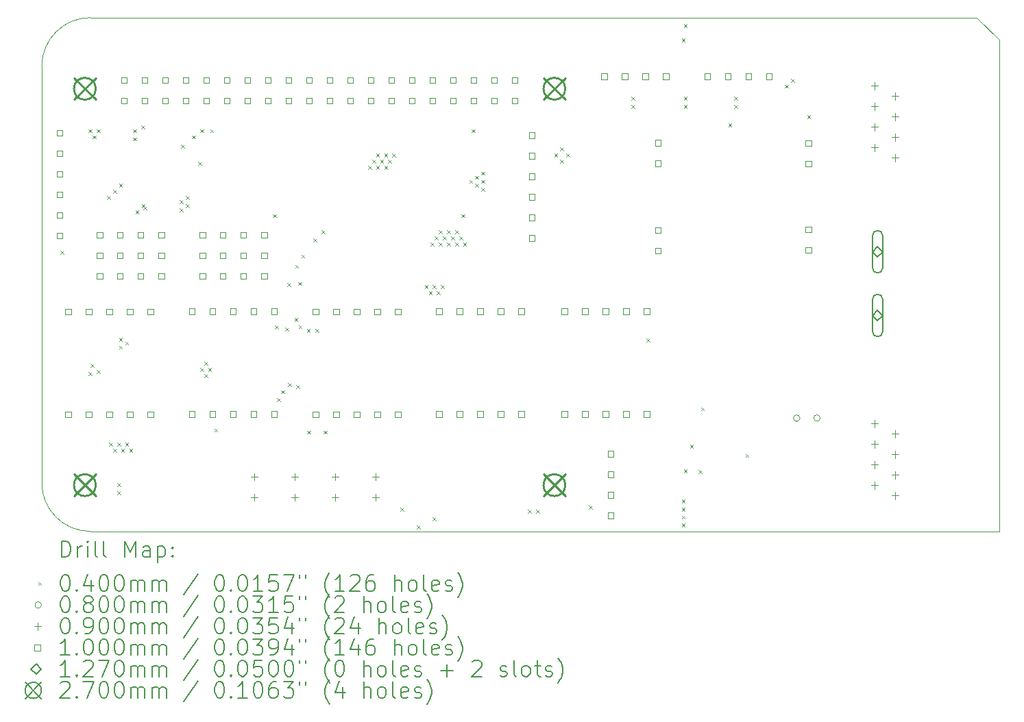
<source format=gbr>
%TF.GenerationSoftware,KiCad,Pcbnew,7.0.1*%
%TF.CreationDate,2023-08-01T18:44:54-04:00*%
%TF.ProjectId,DaughterBoard_UTAP,44617567-6874-4657-9242-6f6172645f55,rev?*%
%TF.SameCoordinates,Original*%
%TF.FileFunction,Drillmap*%
%TF.FilePolarity,Positive*%
%FSLAX45Y45*%
G04 Gerber Fmt 4.5, Leading zero omitted, Abs format (unit mm)*
G04 Created by KiCad (PCBNEW 7.0.1) date 2023-08-01 18:44:54*
%MOMM*%
%LPD*%
G01*
G04 APERTURE LIST*
%ADD10C,0.100000*%
%ADD11C,0.200000*%
%ADD12C,0.040000*%
%ADD13C,0.080000*%
%ADD14C,0.090000*%
%ADD15C,0.127000*%
%ADD16C,0.270000*%
G04 APERTURE END LIST*
D10*
X5600000Y-5950000D02*
X16550000Y-5950000D01*
X16825000Y-12300000D02*
X5600000Y-12300000D01*
X5600000Y-5950000D02*
G75*
G03*
X5000000Y-6550000I0J-600000D01*
G01*
X5000000Y-11700000D02*
G75*
G03*
X5600000Y-12300000I600000J0D01*
G01*
X16825000Y-6225000D02*
X16825000Y-12300000D01*
X5000000Y-11700000D02*
X5000000Y-6550000D01*
X16550000Y-5950000D02*
X16825000Y-6225000D01*
D11*
D12*
X5230000Y-8830000D02*
X5270000Y-8870000D01*
X5270000Y-8830000D02*
X5230000Y-8870000D01*
X5580000Y-7330000D02*
X5620000Y-7370000D01*
X5620000Y-7330000D02*
X5580000Y-7370000D01*
X5580000Y-10330000D02*
X5620000Y-10370000D01*
X5620000Y-10330000D02*
X5580000Y-10370000D01*
X5605000Y-10230000D02*
X5645000Y-10270000D01*
X5645000Y-10230000D02*
X5605000Y-10270000D01*
X5630000Y-7405000D02*
X5670000Y-7445000D01*
X5670000Y-7405000D02*
X5630000Y-7445000D01*
X5680000Y-7330000D02*
X5720000Y-7370000D01*
X5720000Y-7330000D02*
X5680000Y-7370000D01*
X5680000Y-10305000D02*
X5720000Y-10345000D01*
X5720000Y-10305000D02*
X5680000Y-10345000D01*
X5805000Y-8155000D02*
X5845000Y-8195000D01*
X5845000Y-8155000D02*
X5805000Y-8195000D01*
X5830000Y-11205000D02*
X5870000Y-11245000D01*
X5870000Y-11205000D02*
X5830000Y-11245000D01*
X5880000Y-8080000D02*
X5920000Y-8120000D01*
X5920000Y-8080000D02*
X5880000Y-8120000D01*
X5880000Y-11280000D02*
X5920000Y-11320000D01*
X5920000Y-11280000D02*
X5880000Y-11320000D01*
X5930000Y-11205000D02*
X5970000Y-11245000D01*
X5970000Y-11205000D02*
X5930000Y-11245000D01*
X5930000Y-11705000D02*
X5970000Y-11745000D01*
X5970000Y-11705000D02*
X5930000Y-11745000D01*
X5930000Y-11805000D02*
X5970000Y-11845000D01*
X5970000Y-11805000D02*
X5930000Y-11845000D01*
X5955000Y-8005000D02*
X5995000Y-8045000D01*
X5995000Y-8005000D02*
X5955000Y-8045000D01*
X5955000Y-9905000D02*
X5995000Y-9945000D01*
X5995000Y-9905000D02*
X5955000Y-9945000D01*
X5955000Y-10005000D02*
X5995000Y-10045000D01*
X5995000Y-10005000D02*
X5955000Y-10045000D01*
X5980000Y-11280000D02*
X6020000Y-11320000D01*
X6020000Y-11280000D02*
X5980000Y-11320000D01*
X6030000Y-9955000D02*
X6070000Y-9995000D01*
X6070000Y-9955000D02*
X6030000Y-9995000D01*
X6030000Y-11205000D02*
X6070000Y-11245000D01*
X6070000Y-11205000D02*
X6030000Y-11245000D01*
X6080000Y-11280000D02*
X6120000Y-11320000D01*
X6120000Y-11280000D02*
X6080000Y-11320000D01*
X6130000Y-7330000D02*
X6170000Y-7370000D01*
X6170000Y-7330000D02*
X6130000Y-7370000D01*
X6130000Y-7430000D02*
X6170000Y-7470000D01*
X6170000Y-7430000D02*
X6130000Y-7470000D01*
X6157746Y-8332746D02*
X6197746Y-8372746D01*
X6197746Y-8332746D02*
X6157746Y-8372746D01*
X6230000Y-7280000D02*
X6270000Y-7320000D01*
X6270000Y-7280000D02*
X6230000Y-7320000D01*
X6232746Y-8257746D02*
X6272746Y-8297746D01*
X6272746Y-8257746D02*
X6232746Y-8297746D01*
X6255000Y-8280000D02*
X6295000Y-8320000D01*
X6295000Y-8280000D02*
X6255000Y-8320000D01*
X6705000Y-8205000D02*
X6745000Y-8245000D01*
X6745000Y-8205000D02*
X6705000Y-8245000D01*
X6705000Y-8305000D02*
X6745000Y-8345000D01*
X6745000Y-8305000D02*
X6705000Y-8345000D01*
X6722500Y-7522500D02*
X6762500Y-7562500D01*
X6762500Y-7522500D02*
X6722500Y-7562500D01*
X6780000Y-8155000D02*
X6820000Y-8195000D01*
X6820000Y-8155000D02*
X6780000Y-8195000D01*
X6780000Y-8255000D02*
X6820000Y-8295000D01*
X6820000Y-8255000D02*
X6780000Y-8295000D01*
X6855000Y-7405000D02*
X6895000Y-7445000D01*
X6895000Y-7405000D02*
X6855000Y-7445000D01*
X6930000Y-7730000D02*
X6970000Y-7770000D01*
X6970000Y-7730000D02*
X6930000Y-7770000D01*
X6955000Y-7330000D02*
X6995000Y-7370000D01*
X6995000Y-7330000D02*
X6955000Y-7370000D01*
X6955000Y-10280000D02*
X6995000Y-10320000D01*
X6995000Y-10280000D02*
X6955000Y-10320000D01*
X7005000Y-10205000D02*
X7045000Y-10245000D01*
X7045000Y-10205000D02*
X7005000Y-10245000D01*
X7005000Y-10355000D02*
X7045000Y-10395000D01*
X7045000Y-10355000D02*
X7005000Y-10395000D01*
X7055000Y-10280000D02*
X7095000Y-10320000D01*
X7095000Y-10280000D02*
X7055000Y-10320000D01*
X7080000Y-7330000D02*
X7120000Y-7370000D01*
X7120000Y-7330000D02*
X7080000Y-7370000D01*
X7130000Y-11030000D02*
X7170000Y-11070000D01*
X7170000Y-11030000D02*
X7130000Y-11070000D01*
X7855000Y-8380000D02*
X7895000Y-8420000D01*
X7895000Y-8380000D02*
X7855000Y-8420000D01*
X7880000Y-9756230D02*
X7920000Y-9796230D01*
X7920000Y-9756230D02*
X7880000Y-9796230D01*
X7905000Y-10655000D02*
X7945000Y-10695000D01*
X7945000Y-10655000D02*
X7905000Y-10695000D01*
X7955000Y-10555000D02*
X7995000Y-10595000D01*
X7995000Y-10555000D02*
X7955000Y-10595000D01*
X8005000Y-9780000D02*
X8045000Y-9820000D01*
X8045000Y-9780000D02*
X8005000Y-9820000D01*
X8030000Y-9230000D02*
X8070000Y-9270000D01*
X8070000Y-9230000D02*
X8030000Y-9270000D01*
X8043387Y-10468387D02*
X8083387Y-10508387D01*
X8083387Y-10468387D02*
X8043387Y-10508387D01*
X8122425Y-9663525D02*
X8162425Y-9703525D01*
X8162425Y-9663525D02*
X8122425Y-9703525D01*
X8130000Y-9005000D02*
X8170000Y-9045000D01*
X8170000Y-9005000D02*
X8130000Y-9045000D01*
X8140293Y-10494707D02*
X8180293Y-10534707D01*
X8180293Y-10494707D02*
X8140293Y-10534707D01*
X8167500Y-9217500D02*
X8207500Y-9257500D01*
X8207500Y-9217500D02*
X8167500Y-9257500D01*
X8172050Y-9750286D02*
X8212050Y-9790286D01*
X8212050Y-9750286D02*
X8172050Y-9790286D01*
X8205000Y-8880000D02*
X8245000Y-8920000D01*
X8245000Y-8880000D02*
X8205000Y-8920000D01*
X8273435Y-9799950D02*
X8313435Y-9839950D01*
X8313435Y-9799950D02*
X8273435Y-9839950D01*
X8280000Y-11055000D02*
X8320000Y-11095000D01*
X8320000Y-11055000D02*
X8280000Y-11095000D01*
X8355000Y-8680000D02*
X8395000Y-8720000D01*
X8395000Y-8680000D02*
X8355000Y-8720000D01*
X8380000Y-9799950D02*
X8420000Y-9839950D01*
X8420000Y-9799950D02*
X8380000Y-9839950D01*
X8455000Y-8580000D02*
X8495000Y-8620000D01*
X8495000Y-8580000D02*
X8455000Y-8620000D01*
X8480000Y-11055000D02*
X8520000Y-11095000D01*
X8520000Y-11055000D02*
X8480000Y-11095000D01*
X9030000Y-7780000D02*
X9070000Y-7820000D01*
X9070000Y-7780000D02*
X9030000Y-7820000D01*
X9080000Y-7705000D02*
X9120000Y-7745000D01*
X9120000Y-7705000D02*
X9080000Y-7745000D01*
X9130000Y-7630000D02*
X9170000Y-7670000D01*
X9170000Y-7630000D02*
X9130000Y-7670000D01*
X9130000Y-7780000D02*
X9170000Y-7820000D01*
X9170000Y-7780000D02*
X9130000Y-7820000D01*
X9180000Y-7705000D02*
X9220000Y-7745000D01*
X9220000Y-7705000D02*
X9180000Y-7745000D01*
X9230000Y-7630000D02*
X9270000Y-7670000D01*
X9270000Y-7630000D02*
X9230000Y-7670000D01*
X9230000Y-7780000D02*
X9270000Y-7820000D01*
X9270000Y-7780000D02*
X9230000Y-7820000D01*
X9280000Y-7705000D02*
X9320000Y-7745000D01*
X9320000Y-7705000D02*
X9280000Y-7745000D01*
X9330000Y-7630000D02*
X9370000Y-7670000D01*
X9370000Y-7630000D02*
X9330000Y-7670000D01*
X9430000Y-12005000D02*
X9470000Y-12045000D01*
X9470000Y-12005000D02*
X9430000Y-12045000D01*
X9630000Y-12230000D02*
X9670000Y-12270000D01*
X9670000Y-12230000D02*
X9630000Y-12270000D01*
X9730000Y-9255000D02*
X9770000Y-9295000D01*
X9770000Y-9255000D02*
X9730000Y-9295000D01*
X9780000Y-9330000D02*
X9820000Y-9370000D01*
X9820000Y-9330000D02*
X9780000Y-9370000D01*
X9805000Y-8730000D02*
X9845000Y-8770000D01*
X9845000Y-8730000D02*
X9805000Y-8770000D01*
X9830000Y-9255000D02*
X9870000Y-9295000D01*
X9870000Y-9255000D02*
X9830000Y-9295000D01*
X9830000Y-12127550D02*
X9870000Y-12167550D01*
X9870000Y-12127550D02*
X9830000Y-12167550D01*
X9855000Y-8655000D02*
X9895000Y-8695000D01*
X9895000Y-8655000D02*
X9855000Y-8695000D01*
X9880000Y-9330000D02*
X9920000Y-9370000D01*
X9920000Y-9330000D02*
X9880000Y-9370000D01*
X9905000Y-8580000D02*
X9945000Y-8620000D01*
X9945000Y-8580000D02*
X9905000Y-8620000D01*
X9905000Y-8730000D02*
X9945000Y-8770000D01*
X9945000Y-8730000D02*
X9905000Y-8770000D01*
X9930000Y-9255000D02*
X9970000Y-9295000D01*
X9970000Y-9255000D02*
X9930000Y-9295000D01*
X9955000Y-8655000D02*
X9995000Y-8695000D01*
X9995000Y-8655000D02*
X9955000Y-8695000D01*
X10005000Y-8580000D02*
X10045000Y-8620000D01*
X10045000Y-8580000D02*
X10005000Y-8620000D01*
X10005000Y-8730000D02*
X10045000Y-8770000D01*
X10045000Y-8730000D02*
X10005000Y-8770000D01*
X10055000Y-8655000D02*
X10095000Y-8695000D01*
X10095000Y-8655000D02*
X10055000Y-8695000D01*
X10105000Y-8580000D02*
X10145000Y-8620000D01*
X10145000Y-8580000D02*
X10105000Y-8620000D01*
X10105000Y-8730000D02*
X10145000Y-8770000D01*
X10145000Y-8730000D02*
X10105000Y-8770000D01*
X10155000Y-8655000D02*
X10195000Y-8695000D01*
X10195000Y-8655000D02*
X10155000Y-8695000D01*
X10180000Y-8380000D02*
X10220000Y-8420000D01*
X10220000Y-8380000D02*
X10180000Y-8420000D01*
X10205000Y-8730000D02*
X10245000Y-8770000D01*
X10245000Y-8730000D02*
X10205000Y-8770000D01*
X10280000Y-7955000D02*
X10320000Y-7995000D01*
X10320000Y-7955000D02*
X10280000Y-7995000D01*
X10312950Y-7330000D02*
X10352950Y-7370000D01*
X10352950Y-7330000D02*
X10312950Y-7370000D01*
X10355000Y-7905000D02*
X10395000Y-7945000D01*
X10395000Y-7905000D02*
X10355000Y-7945000D01*
X10355000Y-8005000D02*
X10395000Y-8045000D01*
X10395000Y-8005000D02*
X10355000Y-8045000D01*
X10430000Y-7855000D02*
X10470000Y-7895000D01*
X10470000Y-7855000D02*
X10430000Y-7895000D01*
X10430000Y-7955000D02*
X10470000Y-7995000D01*
X10470000Y-7955000D02*
X10430000Y-7995000D01*
X10430000Y-8055000D02*
X10470000Y-8095000D01*
X10470000Y-8055000D02*
X10430000Y-8095000D01*
X11005000Y-12030000D02*
X11045000Y-12070000D01*
X11045000Y-12030000D02*
X11005000Y-12070000D01*
X11105000Y-12030000D02*
X11145000Y-12070000D01*
X11145000Y-12030000D02*
X11105000Y-12070000D01*
X11330000Y-7630000D02*
X11370000Y-7670000D01*
X11370000Y-7630000D02*
X11330000Y-7670000D01*
X11405000Y-7555000D02*
X11445000Y-7595000D01*
X11445000Y-7555000D02*
X11405000Y-7595000D01*
X11405000Y-7705000D02*
X11445000Y-7745000D01*
X11445000Y-7705000D02*
X11405000Y-7745000D01*
X11480000Y-7630000D02*
X11520000Y-7670000D01*
X11520000Y-7630000D02*
X11480000Y-7670000D01*
X11755000Y-11980000D02*
X11795000Y-12020000D01*
X11795000Y-11980000D02*
X11755000Y-12020000D01*
X12280000Y-6930000D02*
X12320000Y-6970000D01*
X12320000Y-6930000D02*
X12280000Y-6970000D01*
X12280000Y-7030000D02*
X12320000Y-7070000D01*
X12320000Y-7030000D02*
X12280000Y-7070000D01*
X12467500Y-9917500D02*
X12507500Y-9957500D01*
X12507500Y-9917500D02*
X12467500Y-9957500D01*
X12905000Y-6205000D02*
X12945000Y-6245000D01*
X12945000Y-6205000D02*
X12905000Y-6245000D01*
X12905000Y-12005000D02*
X12945000Y-12045000D01*
X12945000Y-12005000D02*
X12905000Y-12045000D01*
X12905000Y-12105000D02*
X12945000Y-12145000D01*
X12945000Y-12105000D02*
X12905000Y-12145000D01*
X12905000Y-12205000D02*
X12945000Y-12245000D01*
X12945000Y-12205000D02*
X12905000Y-12245000D01*
X12905064Y-11905064D02*
X12945064Y-11945064D01*
X12945064Y-11905064D02*
X12905064Y-11945064D01*
X12930000Y-6030000D02*
X12970000Y-6070000D01*
X12970000Y-6030000D02*
X12930000Y-6070000D01*
X12930000Y-6930000D02*
X12970000Y-6970000D01*
X12970000Y-6930000D02*
X12930000Y-6970000D01*
X12930000Y-7030000D02*
X12970000Y-7070000D01*
X12970000Y-7030000D02*
X12930000Y-7070000D01*
X12930000Y-11532000D02*
X12970000Y-11572000D01*
X12970000Y-11532000D02*
X12930000Y-11572000D01*
X13007682Y-11227317D02*
X13047682Y-11267317D01*
X13047682Y-11227317D02*
X13007682Y-11267317D01*
X13110273Y-11544362D02*
X13150273Y-11584362D01*
X13150273Y-11544362D02*
X13110273Y-11584362D01*
X13142500Y-10767500D02*
X13182500Y-10807500D01*
X13182500Y-10767500D02*
X13142500Y-10807500D01*
X13480000Y-7255000D02*
X13520000Y-7295000D01*
X13520000Y-7255000D02*
X13480000Y-7295000D01*
X13555000Y-6930000D02*
X13595000Y-6970000D01*
X13595000Y-6930000D02*
X13555000Y-6970000D01*
X13555000Y-7030000D02*
X13595000Y-7070000D01*
X13595000Y-7030000D02*
X13555000Y-7070000D01*
X13692500Y-11342500D02*
X13732500Y-11382500D01*
X13732500Y-11342500D02*
X13692500Y-11382500D01*
X14180000Y-6780000D02*
X14220000Y-6820000D01*
X14220000Y-6780000D02*
X14180000Y-6820000D01*
X14255000Y-6705000D02*
X14295000Y-6745000D01*
X14295000Y-6705000D02*
X14255000Y-6745000D01*
X14455000Y-7155000D02*
X14495000Y-7195000D01*
X14495000Y-7155000D02*
X14455000Y-7195000D01*
D13*
X14365000Y-10900000D02*
G75*
G03*
X14365000Y-10900000I-40000J0D01*
G01*
X14615000Y-10900000D02*
G75*
G03*
X14615000Y-10900000I-40000J0D01*
G01*
D14*
X7625000Y-11580000D02*
X7625000Y-11670000D01*
X7580000Y-11625000D02*
X7670000Y-11625000D01*
X7625000Y-11834000D02*
X7625000Y-11924000D01*
X7580000Y-11879000D02*
X7670000Y-11879000D01*
X8125000Y-11580000D02*
X8125000Y-11670000D01*
X8080000Y-11625000D02*
X8170000Y-11625000D01*
X8125000Y-11834000D02*
X8125000Y-11924000D01*
X8080000Y-11879000D02*
X8170000Y-11879000D01*
X8625000Y-11581500D02*
X8625000Y-11671500D01*
X8580000Y-11626500D02*
X8670000Y-11626500D01*
X8625000Y-11835500D02*
X8625000Y-11925500D01*
X8580000Y-11880500D02*
X8670000Y-11880500D01*
X9125000Y-11581500D02*
X9125000Y-11671500D01*
X9080000Y-11626500D02*
X9170000Y-11626500D01*
X9125000Y-11835500D02*
X9125000Y-11925500D01*
X9080000Y-11880500D02*
X9170000Y-11880500D01*
X15288000Y-6748750D02*
X15288000Y-6838750D01*
X15243000Y-6793750D02*
X15333000Y-6793750D01*
X15288000Y-7002750D02*
X15288000Y-7092750D01*
X15243000Y-7047750D02*
X15333000Y-7047750D01*
X15288000Y-7256750D02*
X15288000Y-7346750D01*
X15243000Y-7301750D02*
X15333000Y-7301750D01*
X15288000Y-7510750D02*
X15288000Y-7600750D01*
X15243000Y-7555750D02*
X15333000Y-7555750D01*
X15288000Y-10923750D02*
X15288000Y-11013750D01*
X15243000Y-10968750D02*
X15333000Y-10968750D01*
X15288000Y-11177750D02*
X15288000Y-11267750D01*
X15243000Y-11222750D02*
X15333000Y-11222750D01*
X15288000Y-11431750D02*
X15288000Y-11521750D01*
X15243000Y-11476750D02*
X15333000Y-11476750D01*
X15288000Y-11685750D02*
X15288000Y-11775750D01*
X15243000Y-11730750D02*
X15333000Y-11730750D01*
X15542000Y-6875750D02*
X15542000Y-6965750D01*
X15497000Y-6920750D02*
X15587000Y-6920750D01*
X15542000Y-7129750D02*
X15542000Y-7219750D01*
X15497000Y-7174750D02*
X15587000Y-7174750D01*
X15542000Y-7383750D02*
X15542000Y-7473750D01*
X15497000Y-7428750D02*
X15587000Y-7428750D01*
X15542000Y-7637750D02*
X15542000Y-7727750D01*
X15497000Y-7682750D02*
X15587000Y-7682750D01*
X15542000Y-11050750D02*
X15542000Y-11140750D01*
X15497000Y-11095750D02*
X15587000Y-11095750D01*
X15542000Y-11304750D02*
X15542000Y-11394750D01*
X15497000Y-11349750D02*
X15587000Y-11349750D01*
X15542000Y-11558750D02*
X15542000Y-11648750D01*
X15497000Y-11603750D02*
X15587000Y-11603750D01*
X15542000Y-11812750D02*
X15542000Y-11902750D01*
X15497000Y-11857750D02*
X15587000Y-11857750D01*
D10*
X5256259Y-7411056D02*
X5256259Y-7340344D01*
X5185548Y-7340344D01*
X5185548Y-7411056D01*
X5256259Y-7411056D01*
X5256259Y-7665056D02*
X5256259Y-7594344D01*
X5185548Y-7594344D01*
X5185548Y-7665056D01*
X5256259Y-7665056D01*
X5256259Y-7919056D02*
X5256259Y-7848344D01*
X5185548Y-7848344D01*
X5185548Y-7919056D01*
X5256259Y-7919056D01*
X5256259Y-8173056D02*
X5256259Y-8102344D01*
X5185548Y-8102344D01*
X5185548Y-8173056D01*
X5256259Y-8173056D01*
X5256259Y-8427056D02*
X5256259Y-8356344D01*
X5185548Y-8356344D01*
X5185548Y-8427056D01*
X5256259Y-8427056D01*
X5256259Y-8681056D02*
X5256259Y-8610344D01*
X5185548Y-8610344D01*
X5185548Y-8681056D01*
X5256259Y-8681056D01*
X5362356Y-9620356D02*
X5362356Y-9549644D01*
X5291644Y-9549644D01*
X5291644Y-9620356D01*
X5362356Y-9620356D01*
X5362356Y-10890356D02*
X5362356Y-10819644D01*
X5291644Y-10819644D01*
X5291644Y-10890356D01*
X5362356Y-10890356D01*
X5616356Y-9620356D02*
X5616356Y-9549644D01*
X5545644Y-9549644D01*
X5545644Y-9620356D01*
X5616356Y-9620356D01*
X5616356Y-10890356D02*
X5616356Y-10819644D01*
X5545644Y-10819644D01*
X5545644Y-10890356D01*
X5616356Y-10890356D01*
X5750159Y-8673756D02*
X5750159Y-8603044D01*
X5679448Y-8603044D01*
X5679448Y-8673756D01*
X5750159Y-8673756D01*
X5750159Y-8927756D02*
X5750159Y-8857044D01*
X5679448Y-8857044D01*
X5679448Y-8927756D01*
X5750159Y-8927756D01*
X5750159Y-9181756D02*
X5750159Y-9111044D01*
X5679448Y-9111044D01*
X5679448Y-9181756D01*
X5750159Y-9181756D01*
X5870356Y-9620356D02*
X5870356Y-9549644D01*
X5799644Y-9549644D01*
X5799644Y-9620356D01*
X5870356Y-9620356D01*
X5870356Y-10890356D02*
X5870356Y-10819644D01*
X5799644Y-10819644D01*
X5799644Y-10890356D01*
X5870356Y-10890356D01*
X6002659Y-8673756D02*
X6002659Y-8603044D01*
X5931948Y-8603044D01*
X5931948Y-8673756D01*
X6002659Y-8673756D01*
X6002659Y-8927756D02*
X6002659Y-8857044D01*
X5931948Y-8857044D01*
X5931948Y-8927756D01*
X6002659Y-8927756D01*
X6002659Y-9181756D02*
X6002659Y-9111044D01*
X5931948Y-9111044D01*
X5931948Y-9181756D01*
X6002659Y-9181756D01*
X6050356Y-6760356D02*
X6050356Y-6689644D01*
X5979644Y-6689644D01*
X5979644Y-6760356D01*
X6050356Y-6760356D01*
X6050356Y-7014356D02*
X6050356Y-6943644D01*
X5979644Y-6943644D01*
X5979644Y-7014356D01*
X6050356Y-7014356D01*
X6124356Y-9620356D02*
X6124356Y-9549644D01*
X6053644Y-9549644D01*
X6053644Y-9620356D01*
X6124356Y-9620356D01*
X6124356Y-10890356D02*
X6124356Y-10819644D01*
X6053644Y-10819644D01*
X6053644Y-10890356D01*
X6124356Y-10890356D01*
X6256659Y-8673756D02*
X6256659Y-8603044D01*
X6185948Y-8603044D01*
X6185948Y-8673756D01*
X6256659Y-8673756D01*
X6256659Y-8927756D02*
X6256659Y-8857044D01*
X6185948Y-8857044D01*
X6185948Y-8927756D01*
X6256659Y-8927756D01*
X6256659Y-9181756D02*
X6256659Y-9111044D01*
X6185948Y-9111044D01*
X6185948Y-9181756D01*
X6256659Y-9181756D01*
X6304356Y-6760356D02*
X6304356Y-6689644D01*
X6233644Y-6689644D01*
X6233644Y-6760356D01*
X6304356Y-6760356D01*
X6304356Y-7014356D02*
X6304356Y-6943644D01*
X6233644Y-6943644D01*
X6233644Y-7014356D01*
X6304356Y-7014356D01*
X6378356Y-9620356D02*
X6378356Y-9549644D01*
X6307644Y-9549644D01*
X6307644Y-9620356D01*
X6378356Y-9620356D01*
X6378356Y-10890356D02*
X6378356Y-10819644D01*
X6307644Y-10819644D01*
X6307644Y-10890356D01*
X6378356Y-10890356D01*
X6511659Y-8673756D02*
X6511659Y-8603044D01*
X6440948Y-8603044D01*
X6440948Y-8673756D01*
X6511659Y-8673756D01*
X6511659Y-8927756D02*
X6511659Y-8857044D01*
X6440948Y-8857044D01*
X6440948Y-8927756D01*
X6511659Y-8927756D01*
X6511659Y-9181756D02*
X6511659Y-9111044D01*
X6440948Y-9111044D01*
X6440948Y-9181756D01*
X6511659Y-9181756D01*
X6558356Y-6760356D02*
X6558356Y-6689644D01*
X6487644Y-6689644D01*
X6487644Y-6760356D01*
X6558356Y-6760356D01*
X6558356Y-7014356D02*
X6558356Y-6943644D01*
X6487644Y-6943644D01*
X6487644Y-7014356D01*
X6558356Y-7014356D01*
X6812356Y-6760356D02*
X6812356Y-6689644D01*
X6741644Y-6689644D01*
X6741644Y-6760356D01*
X6812356Y-6760356D01*
X6812356Y-7014356D02*
X6812356Y-6943644D01*
X6741644Y-6943644D01*
X6741644Y-7014356D01*
X6812356Y-7014356D01*
X6892356Y-9615356D02*
X6892356Y-9544644D01*
X6821644Y-9544644D01*
X6821644Y-9615356D01*
X6892356Y-9615356D01*
X6892356Y-10885356D02*
X6892356Y-10814644D01*
X6821644Y-10814644D01*
X6821644Y-10885356D01*
X6892356Y-10885356D01*
X7020159Y-8673756D02*
X7020159Y-8603044D01*
X6949448Y-8603044D01*
X6949448Y-8673756D01*
X7020159Y-8673756D01*
X7020159Y-8927756D02*
X7020159Y-8857044D01*
X6949448Y-8857044D01*
X6949448Y-8927756D01*
X7020159Y-8927756D01*
X7020159Y-9181756D02*
X7020159Y-9111044D01*
X6949448Y-9111044D01*
X6949448Y-9181756D01*
X7020159Y-9181756D01*
X7066356Y-6760356D02*
X7066356Y-6689644D01*
X6995644Y-6689644D01*
X6995644Y-6760356D01*
X7066356Y-6760356D01*
X7066356Y-7014356D02*
X7066356Y-6943644D01*
X6995644Y-6943644D01*
X6995644Y-7014356D01*
X7066356Y-7014356D01*
X7146356Y-9615356D02*
X7146356Y-9544644D01*
X7075644Y-9544644D01*
X7075644Y-9615356D01*
X7146356Y-9615356D01*
X7146356Y-10885356D02*
X7146356Y-10814644D01*
X7075644Y-10814644D01*
X7075644Y-10885356D01*
X7146356Y-10885356D01*
X7272659Y-8673756D02*
X7272659Y-8603044D01*
X7201948Y-8603044D01*
X7201948Y-8673756D01*
X7272659Y-8673756D01*
X7272659Y-8927756D02*
X7272659Y-8857044D01*
X7201948Y-8857044D01*
X7201948Y-8927756D01*
X7272659Y-8927756D01*
X7272659Y-9181756D02*
X7272659Y-9111044D01*
X7201948Y-9111044D01*
X7201948Y-9181756D01*
X7272659Y-9181756D01*
X7320356Y-6760356D02*
X7320356Y-6689644D01*
X7249644Y-6689644D01*
X7249644Y-6760356D01*
X7320356Y-6760356D01*
X7320356Y-7014356D02*
X7320356Y-6943644D01*
X7249644Y-6943644D01*
X7249644Y-7014356D01*
X7320356Y-7014356D01*
X7400356Y-9615356D02*
X7400356Y-9544644D01*
X7329644Y-9544644D01*
X7329644Y-9615356D01*
X7400356Y-9615356D01*
X7400356Y-10885356D02*
X7400356Y-10814644D01*
X7329644Y-10814644D01*
X7329644Y-10885356D01*
X7400356Y-10885356D01*
X7526659Y-8673756D02*
X7526659Y-8603044D01*
X7455948Y-8603044D01*
X7455948Y-8673756D01*
X7526659Y-8673756D01*
X7526659Y-8927756D02*
X7526659Y-8857044D01*
X7455948Y-8857044D01*
X7455948Y-8927756D01*
X7526659Y-8927756D01*
X7526659Y-9181756D02*
X7526659Y-9111044D01*
X7455948Y-9111044D01*
X7455948Y-9181756D01*
X7526659Y-9181756D01*
X7574356Y-6760356D02*
X7574356Y-6689644D01*
X7503644Y-6689644D01*
X7503644Y-6760356D01*
X7574356Y-6760356D01*
X7574356Y-7014356D02*
X7574356Y-6943644D01*
X7503644Y-6943644D01*
X7503644Y-7014356D01*
X7574356Y-7014356D01*
X7654356Y-9615356D02*
X7654356Y-9544644D01*
X7583644Y-9544644D01*
X7583644Y-9615356D01*
X7654356Y-9615356D01*
X7654356Y-10885356D02*
X7654356Y-10814644D01*
X7583644Y-10814644D01*
X7583644Y-10885356D01*
X7654356Y-10885356D01*
X7781659Y-8673756D02*
X7781659Y-8603044D01*
X7710948Y-8603044D01*
X7710948Y-8673756D01*
X7781659Y-8673756D01*
X7781659Y-8927756D02*
X7781659Y-8857044D01*
X7710948Y-8857044D01*
X7710948Y-8927756D01*
X7781659Y-8927756D01*
X7781659Y-9181756D02*
X7781659Y-9111044D01*
X7710948Y-9111044D01*
X7710948Y-9181756D01*
X7781659Y-9181756D01*
X7828356Y-6760356D02*
X7828356Y-6689644D01*
X7757644Y-6689644D01*
X7757644Y-6760356D01*
X7828356Y-6760356D01*
X7828356Y-7014356D02*
X7828356Y-6943644D01*
X7757644Y-6943644D01*
X7757644Y-7014356D01*
X7828356Y-7014356D01*
X7908356Y-9615356D02*
X7908356Y-9544644D01*
X7837644Y-9544644D01*
X7837644Y-9615356D01*
X7908356Y-9615356D01*
X7908356Y-10885356D02*
X7908356Y-10814644D01*
X7837644Y-10814644D01*
X7837644Y-10885356D01*
X7908356Y-10885356D01*
X8082356Y-6760356D02*
X8082356Y-6689644D01*
X8011644Y-6689644D01*
X8011644Y-6760356D01*
X8082356Y-6760356D01*
X8082356Y-7014356D02*
X8082356Y-6943644D01*
X8011644Y-6943644D01*
X8011644Y-7014356D01*
X8082356Y-7014356D01*
X8336356Y-6760356D02*
X8336356Y-6689644D01*
X8265644Y-6689644D01*
X8265644Y-6760356D01*
X8336356Y-6760356D01*
X8336356Y-7014356D02*
X8336356Y-6943644D01*
X8265644Y-6943644D01*
X8265644Y-7014356D01*
X8336356Y-7014356D01*
X8417356Y-9620356D02*
X8417356Y-9549644D01*
X8346644Y-9549644D01*
X8346644Y-9620356D01*
X8417356Y-9620356D01*
X8417356Y-10890356D02*
X8417356Y-10819644D01*
X8346644Y-10819644D01*
X8346644Y-10890356D01*
X8417356Y-10890356D01*
X8590356Y-6760356D02*
X8590356Y-6689644D01*
X8519644Y-6689644D01*
X8519644Y-6760356D01*
X8590356Y-6760356D01*
X8590356Y-7014356D02*
X8590356Y-6943644D01*
X8519644Y-6943644D01*
X8519644Y-7014356D01*
X8590356Y-7014356D01*
X8671356Y-9620356D02*
X8671356Y-9549644D01*
X8600644Y-9549644D01*
X8600644Y-9620356D01*
X8671356Y-9620356D01*
X8671356Y-10890356D02*
X8671356Y-10819644D01*
X8600644Y-10819644D01*
X8600644Y-10890356D01*
X8671356Y-10890356D01*
X8844356Y-6760356D02*
X8844356Y-6689644D01*
X8773644Y-6689644D01*
X8773644Y-6760356D01*
X8844356Y-6760356D01*
X8844356Y-7014356D02*
X8844356Y-6943644D01*
X8773644Y-6943644D01*
X8773644Y-7014356D01*
X8844356Y-7014356D01*
X8925356Y-9620356D02*
X8925356Y-9549644D01*
X8854644Y-9549644D01*
X8854644Y-9620356D01*
X8925356Y-9620356D01*
X8925356Y-10890356D02*
X8925356Y-10819644D01*
X8854644Y-10819644D01*
X8854644Y-10890356D01*
X8925356Y-10890356D01*
X9098356Y-6760356D02*
X9098356Y-6689644D01*
X9027644Y-6689644D01*
X9027644Y-6760356D01*
X9098356Y-6760356D01*
X9098356Y-7014356D02*
X9098356Y-6943644D01*
X9027644Y-6943644D01*
X9027644Y-7014356D01*
X9098356Y-7014356D01*
X9179356Y-9620356D02*
X9179356Y-9549644D01*
X9108644Y-9549644D01*
X9108644Y-9620356D01*
X9179356Y-9620356D01*
X9179356Y-10890356D02*
X9179356Y-10819644D01*
X9108644Y-10819644D01*
X9108644Y-10890356D01*
X9179356Y-10890356D01*
X9352356Y-6760356D02*
X9352356Y-6689644D01*
X9281644Y-6689644D01*
X9281644Y-6760356D01*
X9352356Y-6760356D01*
X9352356Y-7014356D02*
X9352356Y-6943644D01*
X9281644Y-6943644D01*
X9281644Y-7014356D01*
X9352356Y-7014356D01*
X9433356Y-9620356D02*
X9433356Y-9549644D01*
X9362644Y-9549644D01*
X9362644Y-9620356D01*
X9433356Y-9620356D01*
X9433356Y-10890356D02*
X9433356Y-10819644D01*
X9362644Y-10819644D01*
X9362644Y-10890356D01*
X9433356Y-10890356D01*
X9606356Y-6760356D02*
X9606356Y-6689644D01*
X9535644Y-6689644D01*
X9535644Y-6760356D01*
X9606356Y-6760356D01*
X9606356Y-7014356D02*
X9606356Y-6943644D01*
X9535644Y-6943644D01*
X9535644Y-7014356D01*
X9606356Y-7014356D01*
X9860356Y-6760356D02*
X9860356Y-6689644D01*
X9789644Y-6689644D01*
X9789644Y-6760356D01*
X9860356Y-6760356D01*
X9860356Y-7014356D02*
X9860356Y-6943644D01*
X9789644Y-6943644D01*
X9789644Y-7014356D01*
X9860356Y-7014356D01*
X9942356Y-9615356D02*
X9942356Y-9544644D01*
X9871644Y-9544644D01*
X9871644Y-9615356D01*
X9942356Y-9615356D01*
X9942356Y-10885356D02*
X9942356Y-10814644D01*
X9871644Y-10814644D01*
X9871644Y-10885356D01*
X9942356Y-10885356D01*
X10114356Y-6760356D02*
X10114356Y-6689644D01*
X10043644Y-6689644D01*
X10043644Y-6760356D01*
X10114356Y-6760356D01*
X10114356Y-7014356D02*
X10114356Y-6943644D01*
X10043644Y-6943644D01*
X10043644Y-7014356D01*
X10114356Y-7014356D01*
X10196356Y-9615356D02*
X10196356Y-9544644D01*
X10125644Y-9544644D01*
X10125644Y-9615356D01*
X10196356Y-9615356D01*
X10196356Y-10885356D02*
X10196356Y-10814644D01*
X10125644Y-10814644D01*
X10125644Y-10885356D01*
X10196356Y-10885356D01*
X10368356Y-6760356D02*
X10368356Y-6689644D01*
X10297644Y-6689644D01*
X10297644Y-6760356D01*
X10368356Y-6760356D01*
X10368356Y-7014356D02*
X10368356Y-6943644D01*
X10297644Y-6943644D01*
X10297644Y-7014356D01*
X10368356Y-7014356D01*
X10450356Y-9615356D02*
X10450356Y-9544644D01*
X10379644Y-9544644D01*
X10379644Y-9615356D01*
X10450356Y-9615356D01*
X10450356Y-10885356D02*
X10450356Y-10814644D01*
X10379644Y-10814644D01*
X10379644Y-10885356D01*
X10450356Y-10885356D01*
X10622356Y-6760356D02*
X10622356Y-6689644D01*
X10551644Y-6689644D01*
X10551644Y-6760356D01*
X10622356Y-6760356D01*
X10622356Y-7014356D02*
X10622356Y-6943644D01*
X10551644Y-6943644D01*
X10551644Y-7014356D01*
X10622356Y-7014356D01*
X10704356Y-9615356D02*
X10704356Y-9544644D01*
X10633644Y-9544644D01*
X10633644Y-9615356D01*
X10704356Y-9615356D01*
X10704356Y-10885356D02*
X10704356Y-10814644D01*
X10633644Y-10814644D01*
X10633644Y-10885356D01*
X10704356Y-10885356D01*
X10876356Y-6760356D02*
X10876356Y-6689644D01*
X10805644Y-6689644D01*
X10805644Y-6760356D01*
X10876356Y-6760356D01*
X10876356Y-7014356D02*
X10876356Y-6943644D01*
X10805644Y-6943644D01*
X10805644Y-7014356D01*
X10876356Y-7014356D01*
X10958356Y-9615356D02*
X10958356Y-9544644D01*
X10887644Y-9544644D01*
X10887644Y-9615356D01*
X10958356Y-9615356D01*
X10958356Y-10885356D02*
X10958356Y-10814644D01*
X10887644Y-10814644D01*
X10887644Y-10885356D01*
X10958356Y-10885356D01*
X11088759Y-7438556D02*
X11088759Y-7367844D01*
X11018048Y-7367844D01*
X11018048Y-7438556D01*
X11088759Y-7438556D01*
X11088759Y-7692556D02*
X11088759Y-7621844D01*
X11018048Y-7621844D01*
X11018048Y-7692556D01*
X11088759Y-7692556D01*
X11088759Y-7946556D02*
X11088759Y-7875844D01*
X11018048Y-7875844D01*
X11018048Y-7946556D01*
X11088759Y-7946556D01*
X11088759Y-8200556D02*
X11088759Y-8129844D01*
X11018048Y-8129844D01*
X11018048Y-8200556D01*
X11088759Y-8200556D01*
X11088759Y-8454556D02*
X11088759Y-8383844D01*
X11018048Y-8383844D01*
X11018048Y-8454556D01*
X11088759Y-8454556D01*
X11088759Y-8708556D02*
X11088759Y-8637844D01*
X11018048Y-8637844D01*
X11018048Y-8708556D01*
X11088759Y-8708556D01*
X11492356Y-9615356D02*
X11492356Y-9544644D01*
X11421644Y-9544644D01*
X11421644Y-9615356D01*
X11492356Y-9615356D01*
X11492356Y-10885356D02*
X11492356Y-10814644D01*
X11421644Y-10814644D01*
X11421644Y-10885356D01*
X11492356Y-10885356D01*
X11746356Y-9615356D02*
X11746356Y-9544644D01*
X11675644Y-9544644D01*
X11675644Y-9615356D01*
X11746356Y-9615356D01*
X11746356Y-10885356D02*
X11746356Y-10814644D01*
X11675644Y-10814644D01*
X11675644Y-10885356D01*
X11746356Y-10885356D01*
X11981356Y-6710356D02*
X11981356Y-6639644D01*
X11910644Y-6639644D01*
X11910644Y-6710356D01*
X11981356Y-6710356D01*
X12000356Y-9615356D02*
X12000356Y-9544644D01*
X11929644Y-9544644D01*
X11929644Y-9615356D01*
X12000356Y-9615356D01*
X12000356Y-10885356D02*
X12000356Y-10814644D01*
X11929644Y-10814644D01*
X11929644Y-10885356D01*
X12000356Y-10885356D01*
X12060356Y-11378356D02*
X12060356Y-11307644D01*
X11989644Y-11307644D01*
X11989644Y-11378356D01*
X12060356Y-11378356D01*
X12060356Y-11632356D02*
X12060356Y-11561644D01*
X11989644Y-11561644D01*
X11989644Y-11632356D01*
X12060356Y-11632356D01*
X12060356Y-11886356D02*
X12060356Y-11815644D01*
X11989644Y-11815644D01*
X11989644Y-11886356D01*
X12060356Y-11886356D01*
X12060356Y-12140356D02*
X12060356Y-12069644D01*
X11989644Y-12069644D01*
X11989644Y-12140356D01*
X12060356Y-12140356D01*
X12235356Y-6710356D02*
X12235356Y-6639644D01*
X12164644Y-6639644D01*
X12164644Y-6710356D01*
X12235356Y-6710356D01*
X12254356Y-9615356D02*
X12254356Y-9544644D01*
X12183644Y-9544644D01*
X12183644Y-9615356D01*
X12254356Y-9615356D01*
X12254356Y-10885356D02*
X12254356Y-10814644D01*
X12183644Y-10814644D01*
X12183644Y-10885356D01*
X12254356Y-10885356D01*
X12489356Y-6710356D02*
X12489356Y-6639644D01*
X12418644Y-6639644D01*
X12418644Y-6710356D01*
X12489356Y-6710356D01*
X12508356Y-9615356D02*
X12508356Y-9544644D01*
X12437644Y-9544644D01*
X12437644Y-9615356D01*
X12508356Y-9615356D01*
X12508356Y-10885356D02*
X12508356Y-10814644D01*
X12437644Y-10814644D01*
X12437644Y-10885356D01*
X12508356Y-10885356D01*
X12645356Y-7534356D02*
X12645356Y-7463644D01*
X12574644Y-7463644D01*
X12574644Y-7534356D01*
X12645356Y-7534356D01*
X12645356Y-7788356D02*
X12645356Y-7717644D01*
X12574644Y-7717644D01*
X12574644Y-7788356D01*
X12645356Y-7788356D01*
X12645356Y-8610356D02*
X12645356Y-8539644D01*
X12574644Y-8539644D01*
X12574644Y-8610356D01*
X12645356Y-8610356D01*
X12645356Y-8864356D02*
X12645356Y-8793644D01*
X12574644Y-8793644D01*
X12574644Y-8864356D01*
X12645356Y-8864356D01*
X12743356Y-6710356D02*
X12743356Y-6639644D01*
X12672644Y-6639644D01*
X12672644Y-6710356D01*
X12743356Y-6710356D01*
X13255356Y-6710356D02*
X13255356Y-6639644D01*
X13184644Y-6639644D01*
X13184644Y-6710356D01*
X13255356Y-6710356D01*
X13509356Y-6710356D02*
X13509356Y-6639644D01*
X13438644Y-6639644D01*
X13438644Y-6710356D01*
X13509356Y-6710356D01*
X13763356Y-6710356D02*
X13763356Y-6639644D01*
X13692644Y-6639644D01*
X13692644Y-6710356D01*
X13763356Y-6710356D01*
X14017356Y-6710356D02*
X14017356Y-6639644D01*
X13946644Y-6639644D01*
X13946644Y-6710356D01*
X14017356Y-6710356D01*
X14505356Y-7539356D02*
X14505356Y-7468644D01*
X14434644Y-7468644D01*
X14434644Y-7539356D01*
X14505356Y-7539356D01*
X14505356Y-7793356D02*
X14505356Y-7722644D01*
X14434644Y-7722644D01*
X14434644Y-7793356D01*
X14505356Y-7793356D01*
X14505356Y-8605356D02*
X14505356Y-8534644D01*
X14434644Y-8534644D01*
X14434644Y-8605356D01*
X14505356Y-8605356D01*
X14505356Y-8859356D02*
X14505356Y-8788644D01*
X14434644Y-8788644D01*
X14434644Y-8859356D01*
X14505356Y-8859356D01*
D15*
X15324500Y-8907500D02*
X15388000Y-8844000D01*
X15324500Y-8780500D01*
X15261000Y-8844000D01*
X15324500Y-8907500D01*
D11*
X15388000Y-9042120D02*
X15388000Y-8645880D01*
X15388000Y-8645880D02*
G75*
G03*
X15261000Y-8645880I-63500J0D01*
G01*
X15261000Y-8645880D02*
X15261000Y-9042120D01*
X15261000Y-9042120D02*
G75*
G03*
X15388000Y-9042120I63500J0D01*
G01*
D15*
X15324500Y-9694900D02*
X15388000Y-9631400D01*
X15324500Y-9567900D01*
X15261000Y-9631400D01*
X15324500Y-9694900D01*
D11*
X15388000Y-9829520D02*
X15388000Y-9433280D01*
X15388000Y-9433280D02*
G75*
G03*
X15261000Y-9433280I-63500J0D01*
G01*
X15261000Y-9433280D02*
X15261000Y-9829520D01*
X15261000Y-9829520D02*
G75*
G03*
X15388000Y-9829520I63500J0D01*
G01*
D16*
X5397000Y-6694000D02*
X5667000Y-6964000D01*
X5667000Y-6694000D02*
X5397000Y-6964000D01*
X5667000Y-6829000D02*
G75*
G03*
X5667000Y-6829000I-135000J0D01*
G01*
X5397000Y-11594000D02*
X5667000Y-11864000D01*
X5667000Y-11594000D02*
X5397000Y-11864000D01*
X5667000Y-11729000D02*
G75*
G03*
X5667000Y-11729000I-135000J0D01*
G01*
X11197000Y-6694000D02*
X11467000Y-6964000D01*
X11467000Y-6694000D02*
X11197000Y-6964000D01*
X11467000Y-6829000D02*
G75*
G03*
X11467000Y-6829000I-135000J0D01*
G01*
X11197000Y-11594000D02*
X11467000Y-11864000D01*
X11467000Y-11594000D02*
X11197000Y-11864000D01*
X11467000Y-11729000D02*
G75*
G03*
X11467000Y-11729000I-135000J0D01*
G01*
D11*
X5242619Y-12617524D02*
X5242619Y-12417524D01*
X5242619Y-12417524D02*
X5290238Y-12417524D01*
X5290238Y-12417524D02*
X5318810Y-12427048D01*
X5318810Y-12427048D02*
X5337857Y-12446095D01*
X5337857Y-12446095D02*
X5347381Y-12465143D01*
X5347381Y-12465143D02*
X5356905Y-12503238D01*
X5356905Y-12503238D02*
X5356905Y-12531809D01*
X5356905Y-12531809D02*
X5347381Y-12569905D01*
X5347381Y-12569905D02*
X5337857Y-12588952D01*
X5337857Y-12588952D02*
X5318810Y-12608000D01*
X5318810Y-12608000D02*
X5290238Y-12617524D01*
X5290238Y-12617524D02*
X5242619Y-12617524D01*
X5442619Y-12617524D02*
X5442619Y-12484190D01*
X5442619Y-12522286D02*
X5452143Y-12503238D01*
X5452143Y-12503238D02*
X5461667Y-12493714D01*
X5461667Y-12493714D02*
X5480714Y-12484190D01*
X5480714Y-12484190D02*
X5499762Y-12484190D01*
X5566429Y-12617524D02*
X5566429Y-12484190D01*
X5566429Y-12417524D02*
X5556905Y-12427048D01*
X5556905Y-12427048D02*
X5566429Y-12436571D01*
X5566429Y-12436571D02*
X5575952Y-12427048D01*
X5575952Y-12427048D02*
X5566429Y-12417524D01*
X5566429Y-12417524D02*
X5566429Y-12436571D01*
X5690238Y-12617524D02*
X5671190Y-12608000D01*
X5671190Y-12608000D02*
X5661667Y-12588952D01*
X5661667Y-12588952D02*
X5661667Y-12417524D01*
X5795000Y-12617524D02*
X5775952Y-12608000D01*
X5775952Y-12608000D02*
X5766428Y-12588952D01*
X5766428Y-12588952D02*
X5766428Y-12417524D01*
X6023571Y-12617524D02*
X6023571Y-12417524D01*
X6023571Y-12417524D02*
X6090238Y-12560381D01*
X6090238Y-12560381D02*
X6156905Y-12417524D01*
X6156905Y-12417524D02*
X6156905Y-12617524D01*
X6337857Y-12617524D02*
X6337857Y-12512762D01*
X6337857Y-12512762D02*
X6328333Y-12493714D01*
X6328333Y-12493714D02*
X6309286Y-12484190D01*
X6309286Y-12484190D02*
X6271190Y-12484190D01*
X6271190Y-12484190D02*
X6252143Y-12493714D01*
X6337857Y-12608000D02*
X6318809Y-12617524D01*
X6318809Y-12617524D02*
X6271190Y-12617524D01*
X6271190Y-12617524D02*
X6252143Y-12608000D01*
X6252143Y-12608000D02*
X6242619Y-12588952D01*
X6242619Y-12588952D02*
X6242619Y-12569905D01*
X6242619Y-12569905D02*
X6252143Y-12550857D01*
X6252143Y-12550857D02*
X6271190Y-12541333D01*
X6271190Y-12541333D02*
X6318809Y-12541333D01*
X6318809Y-12541333D02*
X6337857Y-12531809D01*
X6433095Y-12484190D02*
X6433095Y-12684190D01*
X6433095Y-12493714D02*
X6452143Y-12484190D01*
X6452143Y-12484190D02*
X6490238Y-12484190D01*
X6490238Y-12484190D02*
X6509286Y-12493714D01*
X6509286Y-12493714D02*
X6518809Y-12503238D01*
X6518809Y-12503238D02*
X6528333Y-12522286D01*
X6528333Y-12522286D02*
X6528333Y-12579428D01*
X6528333Y-12579428D02*
X6518809Y-12598476D01*
X6518809Y-12598476D02*
X6509286Y-12608000D01*
X6509286Y-12608000D02*
X6490238Y-12617524D01*
X6490238Y-12617524D02*
X6452143Y-12617524D01*
X6452143Y-12617524D02*
X6433095Y-12608000D01*
X6614048Y-12598476D02*
X6623571Y-12608000D01*
X6623571Y-12608000D02*
X6614048Y-12617524D01*
X6614048Y-12617524D02*
X6604524Y-12608000D01*
X6604524Y-12608000D02*
X6614048Y-12598476D01*
X6614048Y-12598476D02*
X6614048Y-12617524D01*
X6614048Y-12493714D02*
X6623571Y-12503238D01*
X6623571Y-12503238D02*
X6614048Y-12512762D01*
X6614048Y-12512762D02*
X6604524Y-12503238D01*
X6604524Y-12503238D02*
X6614048Y-12493714D01*
X6614048Y-12493714D02*
X6614048Y-12512762D01*
D12*
X4955000Y-12925000D02*
X4995000Y-12965000D01*
X4995000Y-12925000D02*
X4955000Y-12965000D01*
D11*
X5280714Y-12837524D02*
X5299762Y-12837524D01*
X5299762Y-12837524D02*
X5318810Y-12847048D01*
X5318810Y-12847048D02*
X5328333Y-12856571D01*
X5328333Y-12856571D02*
X5337857Y-12875619D01*
X5337857Y-12875619D02*
X5347381Y-12913714D01*
X5347381Y-12913714D02*
X5347381Y-12961333D01*
X5347381Y-12961333D02*
X5337857Y-12999428D01*
X5337857Y-12999428D02*
X5328333Y-13018476D01*
X5328333Y-13018476D02*
X5318810Y-13028000D01*
X5318810Y-13028000D02*
X5299762Y-13037524D01*
X5299762Y-13037524D02*
X5280714Y-13037524D01*
X5280714Y-13037524D02*
X5261667Y-13028000D01*
X5261667Y-13028000D02*
X5252143Y-13018476D01*
X5252143Y-13018476D02*
X5242619Y-12999428D01*
X5242619Y-12999428D02*
X5233095Y-12961333D01*
X5233095Y-12961333D02*
X5233095Y-12913714D01*
X5233095Y-12913714D02*
X5242619Y-12875619D01*
X5242619Y-12875619D02*
X5252143Y-12856571D01*
X5252143Y-12856571D02*
X5261667Y-12847048D01*
X5261667Y-12847048D02*
X5280714Y-12837524D01*
X5433095Y-13018476D02*
X5442619Y-13028000D01*
X5442619Y-13028000D02*
X5433095Y-13037524D01*
X5433095Y-13037524D02*
X5423571Y-13028000D01*
X5423571Y-13028000D02*
X5433095Y-13018476D01*
X5433095Y-13018476D02*
X5433095Y-13037524D01*
X5614048Y-12904190D02*
X5614048Y-13037524D01*
X5566429Y-12828000D02*
X5518810Y-12970857D01*
X5518810Y-12970857D02*
X5642619Y-12970857D01*
X5756905Y-12837524D02*
X5775952Y-12837524D01*
X5775952Y-12837524D02*
X5795000Y-12847048D01*
X5795000Y-12847048D02*
X5804524Y-12856571D01*
X5804524Y-12856571D02*
X5814048Y-12875619D01*
X5814048Y-12875619D02*
X5823571Y-12913714D01*
X5823571Y-12913714D02*
X5823571Y-12961333D01*
X5823571Y-12961333D02*
X5814048Y-12999428D01*
X5814048Y-12999428D02*
X5804524Y-13018476D01*
X5804524Y-13018476D02*
X5795000Y-13028000D01*
X5795000Y-13028000D02*
X5775952Y-13037524D01*
X5775952Y-13037524D02*
X5756905Y-13037524D01*
X5756905Y-13037524D02*
X5737857Y-13028000D01*
X5737857Y-13028000D02*
X5728333Y-13018476D01*
X5728333Y-13018476D02*
X5718809Y-12999428D01*
X5718809Y-12999428D02*
X5709286Y-12961333D01*
X5709286Y-12961333D02*
X5709286Y-12913714D01*
X5709286Y-12913714D02*
X5718809Y-12875619D01*
X5718809Y-12875619D02*
X5728333Y-12856571D01*
X5728333Y-12856571D02*
X5737857Y-12847048D01*
X5737857Y-12847048D02*
X5756905Y-12837524D01*
X5947381Y-12837524D02*
X5966429Y-12837524D01*
X5966429Y-12837524D02*
X5985476Y-12847048D01*
X5985476Y-12847048D02*
X5995000Y-12856571D01*
X5995000Y-12856571D02*
X6004524Y-12875619D01*
X6004524Y-12875619D02*
X6014048Y-12913714D01*
X6014048Y-12913714D02*
X6014048Y-12961333D01*
X6014048Y-12961333D02*
X6004524Y-12999428D01*
X6004524Y-12999428D02*
X5995000Y-13018476D01*
X5995000Y-13018476D02*
X5985476Y-13028000D01*
X5985476Y-13028000D02*
X5966429Y-13037524D01*
X5966429Y-13037524D02*
X5947381Y-13037524D01*
X5947381Y-13037524D02*
X5928333Y-13028000D01*
X5928333Y-13028000D02*
X5918809Y-13018476D01*
X5918809Y-13018476D02*
X5909286Y-12999428D01*
X5909286Y-12999428D02*
X5899762Y-12961333D01*
X5899762Y-12961333D02*
X5899762Y-12913714D01*
X5899762Y-12913714D02*
X5909286Y-12875619D01*
X5909286Y-12875619D02*
X5918809Y-12856571D01*
X5918809Y-12856571D02*
X5928333Y-12847048D01*
X5928333Y-12847048D02*
X5947381Y-12837524D01*
X6099762Y-13037524D02*
X6099762Y-12904190D01*
X6099762Y-12923238D02*
X6109286Y-12913714D01*
X6109286Y-12913714D02*
X6128333Y-12904190D01*
X6128333Y-12904190D02*
X6156905Y-12904190D01*
X6156905Y-12904190D02*
X6175952Y-12913714D01*
X6175952Y-12913714D02*
X6185476Y-12932762D01*
X6185476Y-12932762D02*
X6185476Y-13037524D01*
X6185476Y-12932762D02*
X6195000Y-12913714D01*
X6195000Y-12913714D02*
X6214048Y-12904190D01*
X6214048Y-12904190D02*
X6242619Y-12904190D01*
X6242619Y-12904190D02*
X6261667Y-12913714D01*
X6261667Y-12913714D02*
X6271190Y-12932762D01*
X6271190Y-12932762D02*
X6271190Y-13037524D01*
X6366429Y-13037524D02*
X6366429Y-12904190D01*
X6366429Y-12923238D02*
X6375952Y-12913714D01*
X6375952Y-12913714D02*
X6395000Y-12904190D01*
X6395000Y-12904190D02*
X6423571Y-12904190D01*
X6423571Y-12904190D02*
X6442619Y-12913714D01*
X6442619Y-12913714D02*
X6452143Y-12932762D01*
X6452143Y-12932762D02*
X6452143Y-13037524D01*
X6452143Y-12932762D02*
X6461667Y-12913714D01*
X6461667Y-12913714D02*
X6480714Y-12904190D01*
X6480714Y-12904190D02*
X6509286Y-12904190D01*
X6509286Y-12904190D02*
X6528333Y-12913714D01*
X6528333Y-12913714D02*
X6537857Y-12932762D01*
X6537857Y-12932762D02*
X6537857Y-13037524D01*
X6928333Y-12828000D02*
X6756905Y-13085143D01*
X7185476Y-12837524D02*
X7204524Y-12837524D01*
X7204524Y-12837524D02*
X7223572Y-12847048D01*
X7223572Y-12847048D02*
X7233095Y-12856571D01*
X7233095Y-12856571D02*
X7242619Y-12875619D01*
X7242619Y-12875619D02*
X7252143Y-12913714D01*
X7252143Y-12913714D02*
X7252143Y-12961333D01*
X7252143Y-12961333D02*
X7242619Y-12999428D01*
X7242619Y-12999428D02*
X7233095Y-13018476D01*
X7233095Y-13018476D02*
X7223572Y-13028000D01*
X7223572Y-13028000D02*
X7204524Y-13037524D01*
X7204524Y-13037524D02*
X7185476Y-13037524D01*
X7185476Y-13037524D02*
X7166429Y-13028000D01*
X7166429Y-13028000D02*
X7156905Y-13018476D01*
X7156905Y-13018476D02*
X7147381Y-12999428D01*
X7147381Y-12999428D02*
X7137857Y-12961333D01*
X7137857Y-12961333D02*
X7137857Y-12913714D01*
X7137857Y-12913714D02*
X7147381Y-12875619D01*
X7147381Y-12875619D02*
X7156905Y-12856571D01*
X7156905Y-12856571D02*
X7166429Y-12847048D01*
X7166429Y-12847048D02*
X7185476Y-12837524D01*
X7337857Y-13018476D02*
X7347381Y-13028000D01*
X7347381Y-13028000D02*
X7337857Y-13037524D01*
X7337857Y-13037524D02*
X7328333Y-13028000D01*
X7328333Y-13028000D02*
X7337857Y-13018476D01*
X7337857Y-13018476D02*
X7337857Y-13037524D01*
X7471191Y-12837524D02*
X7490238Y-12837524D01*
X7490238Y-12837524D02*
X7509286Y-12847048D01*
X7509286Y-12847048D02*
X7518810Y-12856571D01*
X7518810Y-12856571D02*
X7528333Y-12875619D01*
X7528333Y-12875619D02*
X7537857Y-12913714D01*
X7537857Y-12913714D02*
X7537857Y-12961333D01*
X7537857Y-12961333D02*
X7528333Y-12999428D01*
X7528333Y-12999428D02*
X7518810Y-13018476D01*
X7518810Y-13018476D02*
X7509286Y-13028000D01*
X7509286Y-13028000D02*
X7490238Y-13037524D01*
X7490238Y-13037524D02*
X7471191Y-13037524D01*
X7471191Y-13037524D02*
X7452143Y-13028000D01*
X7452143Y-13028000D02*
X7442619Y-13018476D01*
X7442619Y-13018476D02*
X7433095Y-12999428D01*
X7433095Y-12999428D02*
X7423572Y-12961333D01*
X7423572Y-12961333D02*
X7423572Y-12913714D01*
X7423572Y-12913714D02*
X7433095Y-12875619D01*
X7433095Y-12875619D02*
X7442619Y-12856571D01*
X7442619Y-12856571D02*
X7452143Y-12847048D01*
X7452143Y-12847048D02*
X7471191Y-12837524D01*
X7728333Y-13037524D02*
X7614048Y-13037524D01*
X7671191Y-13037524D02*
X7671191Y-12837524D01*
X7671191Y-12837524D02*
X7652143Y-12866095D01*
X7652143Y-12866095D02*
X7633095Y-12885143D01*
X7633095Y-12885143D02*
X7614048Y-12894667D01*
X7909286Y-12837524D02*
X7814048Y-12837524D01*
X7814048Y-12837524D02*
X7804524Y-12932762D01*
X7804524Y-12932762D02*
X7814048Y-12923238D01*
X7814048Y-12923238D02*
X7833095Y-12913714D01*
X7833095Y-12913714D02*
X7880714Y-12913714D01*
X7880714Y-12913714D02*
X7899762Y-12923238D01*
X7899762Y-12923238D02*
X7909286Y-12932762D01*
X7909286Y-12932762D02*
X7918810Y-12951809D01*
X7918810Y-12951809D02*
X7918810Y-12999428D01*
X7918810Y-12999428D02*
X7909286Y-13018476D01*
X7909286Y-13018476D02*
X7899762Y-13028000D01*
X7899762Y-13028000D02*
X7880714Y-13037524D01*
X7880714Y-13037524D02*
X7833095Y-13037524D01*
X7833095Y-13037524D02*
X7814048Y-13028000D01*
X7814048Y-13028000D02*
X7804524Y-13018476D01*
X7985476Y-12837524D02*
X8118810Y-12837524D01*
X8118810Y-12837524D02*
X8033095Y-13037524D01*
X8185476Y-12837524D02*
X8185476Y-12875619D01*
X8261667Y-12837524D02*
X8261667Y-12875619D01*
X8556905Y-13113714D02*
X8547381Y-13104190D01*
X8547381Y-13104190D02*
X8528334Y-13075619D01*
X8528334Y-13075619D02*
X8518810Y-13056571D01*
X8518810Y-13056571D02*
X8509286Y-13028000D01*
X8509286Y-13028000D02*
X8499762Y-12980381D01*
X8499762Y-12980381D02*
X8499762Y-12942286D01*
X8499762Y-12942286D02*
X8509286Y-12894667D01*
X8509286Y-12894667D02*
X8518810Y-12866095D01*
X8518810Y-12866095D02*
X8528334Y-12847048D01*
X8528334Y-12847048D02*
X8547381Y-12818476D01*
X8547381Y-12818476D02*
X8556905Y-12808952D01*
X8737857Y-13037524D02*
X8623572Y-13037524D01*
X8680715Y-13037524D02*
X8680715Y-12837524D01*
X8680715Y-12837524D02*
X8661667Y-12866095D01*
X8661667Y-12866095D02*
X8642619Y-12885143D01*
X8642619Y-12885143D02*
X8623572Y-12894667D01*
X8814048Y-12856571D02*
X8823572Y-12847048D01*
X8823572Y-12847048D02*
X8842619Y-12837524D01*
X8842619Y-12837524D02*
X8890238Y-12837524D01*
X8890238Y-12837524D02*
X8909286Y-12847048D01*
X8909286Y-12847048D02*
X8918810Y-12856571D01*
X8918810Y-12856571D02*
X8928334Y-12875619D01*
X8928334Y-12875619D02*
X8928334Y-12894667D01*
X8928334Y-12894667D02*
X8918810Y-12923238D01*
X8918810Y-12923238D02*
X8804524Y-13037524D01*
X8804524Y-13037524D02*
X8928334Y-13037524D01*
X9099762Y-12837524D02*
X9061667Y-12837524D01*
X9061667Y-12837524D02*
X9042619Y-12847048D01*
X9042619Y-12847048D02*
X9033096Y-12856571D01*
X9033096Y-12856571D02*
X9014048Y-12885143D01*
X9014048Y-12885143D02*
X9004524Y-12923238D01*
X9004524Y-12923238D02*
X9004524Y-12999428D01*
X9004524Y-12999428D02*
X9014048Y-13018476D01*
X9014048Y-13018476D02*
X9023572Y-13028000D01*
X9023572Y-13028000D02*
X9042619Y-13037524D01*
X9042619Y-13037524D02*
X9080715Y-13037524D01*
X9080715Y-13037524D02*
X9099762Y-13028000D01*
X9099762Y-13028000D02*
X9109286Y-13018476D01*
X9109286Y-13018476D02*
X9118810Y-12999428D01*
X9118810Y-12999428D02*
X9118810Y-12951809D01*
X9118810Y-12951809D02*
X9109286Y-12932762D01*
X9109286Y-12932762D02*
X9099762Y-12923238D01*
X9099762Y-12923238D02*
X9080715Y-12913714D01*
X9080715Y-12913714D02*
X9042619Y-12913714D01*
X9042619Y-12913714D02*
X9023572Y-12923238D01*
X9023572Y-12923238D02*
X9014048Y-12932762D01*
X9014048Y-12932762D02*
X9004524Y-12951809D01*
X9356905Y-13037524D02*
X9356905Y-12837524D01*
X9442619Y-13037524D02*
X9442619Y-12932762D01*
X9442619Y-12932762D02*
X9433096Y-12913714D01*
X9433096Y-12913714D02*
X9414048Y-12904190D01*
X9414048Y-12904190D02*
X9385477Y-12904190D01*
X9385477Y-12904190D02*
X9366429Y-12913714D01*
X9366429Y-12913714D02*
X9356905Y-12923238D01*
X9566429Y-13037524D02*
X9547381Y-13028000D01*
X9547381Y-13028000D02*
X9537858Y-13018476D01*
X9537858Y-13018476D02*
X9528334Y-12999428D01*
X9528334Y-12999428D02*
X9528334Y-12942286D01*
X9528334Y-12942286D02*
X9537858Y-12923238D01*
X9537858Y-12923238D02*
X9547381Y-12913714D01*
X9547381Y-12913714D02*
X9566429Y-12904190D01*
X9566429Y-12904190D02*
X9595000Y-12904190D01*
X9595000Y-12904190D02*
X9614048Y-12913714D01*
X9614048Y-12913714D02*
X9623572Y-12923238D01*
X9623572Y-12923238D02*
X9633096Y-12942286D01*
X9633096Y-12942286D02*
X9633096Y-12999428D01*
X9633096Y-12999428D02*
X9623572Y-13018476D01*
X9623572Y-13018476D02*
X9614048Y-13028000D01*
X9614048Y-13028000D02*
X9595000Y-13037524D01*
X9595000Y-13037524D02*
X9566429Y-13037524D01*
X9747381Y-13037524D02*
X9728334Y-13028000D01*
X9728334Y-13028000D02*
X9718810Y-13008952D01*
X9718810Y-13008952D02*
X9718810Y-12837524D01*
X9899762Y-13028000D02*
X9880715Y-13037524D01*
X9880715Y-13037524D02*
X9842619Y-13037524D01*
X9842619Y-13037524D02*
X9823572Y-13028000D01*
X9823572Y-13028000D02*
X9814048Y-13008952D01*
X9814048Y-13008952D02*
X9814048Y-12932762D01*
X9814048Y-12932762D02*
X9823572Y-12913714D01*
X9823572Y-12913714D02*
X9842619Y-12904190D01*
X9842619Y-12904190D02*
X9880715Y-12904190D01*
X9880715Y-12904190D02*
X9899762Y-12913714D01*
X9899762Y-12913714D02*
X9909286Y-12932762D01*
X9909286Y-12932762D02*
X9909286Y-12951809D01*
X9909286Y-12951809D02*
X9814048Y-12970857D01*
X9985477Y-13028000D02*
X10004524Y-13037524D01*
X10004524Y-13037524D02*
X10042619Y-13037524D01*
X10042619Y-13037524D02*
X10061667Y-13028000D01*
X10061667Y-13028000D02*
X10071191Y-13008952D01*
X10071191Y-13008952D02*
X10071191Y-12999428D01*
X10071191Y-12999428D02*
X10061667Y-12980381D01*
X10061667Y-12980381D02*
X10042619Y-12970857D01*
X10042619Y-12970857D02*
X10014048Y-12970857D01*
X10014048Y-12970857D02*
X9995000Y-12961333D01*
X9995000Y-12961333D02*
X9985477Y-12942286D01*
X9985477Y-12942286D02*
X9985477Y-12932762D01*
X9985477Y-12932762D02*
X9995000Y-12913714D01*
X9995000Y-12913714D02*
X10014048Y-12904190D01*
X10014048Y-12904190D02*
X10042619Y-12904190D01*
X10042619Y-12904190D02*
X10061667Y-12913714D01*
X10137858Y-13113714D02*
X10147381Y-13104190D01*
X10147381Y-13104190D02*
X10166429Y-13075619D01*
X10166429Y-13075619D02*
X10175953Y-13056571D01*
X10175953Y-13056571D02*
X10185477Y-13028000D01*
X10185477Y-13028000D02*
X10195000Y-12980381D01*
X10195000Y-12980381D02*
X10195000Y-12942286D01*
X10195000Y-12942286D02*
X10185477Y-12894667D01*
X10185477Y-12894667D02*
X10175953Y-12866095D01*
X10175953Y-12866095D02*
X10166429Y-12847048D01*
X10166429Y-12847048D02*
X10147381Y-12818476D01*
X10147381Y-12818476D02*
X10137858Y-12808952D01*
D13*
X4995000Y-13209000D02*
G75*
G03*
X4995000Y-13209000I-40000J0D01*
G01*
D11*
X5280714Y-13101524D02*
X5299762Y-13101524D01*
X5299762Y-13101524D02*
X5318810Y-13111048D01*
X5318810Y-13111048D02*
X5328333Y-13120571D01*
X5328333Y-13120571D02*
X5337857Y-13139619D01*
X5337857Y-13139619D02*
X5347381Y-13177714D01*
X5347381Y-13177714D02*
X5347381Y-13225333D01*
X5347381Y-13225333D02*
X5337857Y-13263428D01*
X5337857Y-13263428D02*
X5328333Y-13282476D01*
X5328333Y-13282476D02*
X5318810Y-13292000D01*
X5318810Y-13292000D02*
X5299762Y-13301524D01*
X5299762Y-13301524D02*
X5280714Y-13301524D01*
X5280714Y-13301524D02*
X5261667Y-13292000D01*
X5261667Y-13292000D02*
X5252143Y-13282476D01*
X5252143Y-13282476D02*
X5242619Y-13263428D01*
X5242619Y-13263428D02*
X5233095Y-13225333D01*
X5233095Y-13225333D02*
X5233095Y-13177714D01*
X5233095Y-13177714D02*
X5242619Y-13139619D01*
X5242619Y-13139619D02*
X5252143Y-13120571D01*
X5252143Y-13120571D02*
X5261667Y-13111048D01*
X5261667Y-13111048D02*
X5280714Y-13101524D01*
X5433095Y-13282476D02*
X5442619Y-13292000D01*
X5442619Y-13292000D02*
X5433095Y-13301524D01*
X5433095Y-13301524D02*
X5423571Y-13292000D01*
X5423571Y-13292000D02*
X5433095Y-13282476D01*
X5433095Y-13282476D02*
X5433095Y-13301524D01*
X5556905Y-13187238D02*
X5537857Y-13177714D01*
X5537857Y-13177714D02*
X5528333Y-13168190D01*
X5528333Y-13168190D02*
X5518810Y-13149143D01*
X5518810Y-13149143D02*
X5518810Y-13139619D01*
X5518810Y-13139619D02*
X5528333Y-13120571D01*
X5528333Y-13120571D02*
X5537857Y-13111048D01*
X5537857Y-13111048D02*
X5556905Y-13101524D01*
X5556905Y-13101524D02*
X5595000Y-13101524D01*
X5595000Y-13101524D02*
X5614048Y-13111048D01*
X5614048Y-13111048D02*
X5623571Y-13120571D01*
X5623571Y-13120571D02*
X5633095Y-13139619D01*
X5633095Y-13139619D02*
X5633095Y-13149143D01*
X5633095Y-13149143D02*
X5623571Y-13168190D01*
X5623571Y-13168190D02*
X5614048Y-13177714D01*
X5614048Y-13177714D02*
X5595000Y-13187238D01*
X5595000Y-13187238D02*
X5556905Y-13187238D01*
X5556905Y-13187238D02*
X5537857Y-13196762D01*
X5537857Y-13196762D02*
X5528333Y-13206286D01*
X5528333Y-13206286D02*
X5518810Y-13225333D01*
X5518810Y-13225333D02*
X5518810Y-13263428D01*
X5518810Y-13263428D02*
X5528333Y-13282476D01*
X5528333Y-13282476D02*
X5537857Y-13292000D01*
X5537857Y-13292000D02*
X5556905Y-13301524D01*
X5556905Y-13301524D02*
X5595000Y-13301524D01*
X5595000Y-13301524D02*
X5614048Y-13292000D01*
X5614048Y-13292000D02*
X5623571Y-13282476D01*
X5623571Y-13282476D02*
X5633095Y-13263428D01*
X5633095Y-13263428D02*
X5633095Y-13225333D01*
X5633095Y-13225333D02*
X5623571Y-13206286D01*
X5623571Y-13206286D02*
X5614048Y-13196762D01*
X5614048Y-13196762D02*
X5595000Y-13187238D01*
X5756905Y-13101524D02*
X5775952Y-13101524D01*
X5775952Y-13101524D02*
X5795000Y-13111048D01*
X5795000Y-13111048D02*
X5804524Y-13120571D01*
X5804524Y-13120571D02*
X5814048Y-13139619D01*
X5814048Y-13139619D02*
X5823571Y-13177714D01*
X5823571Y-13177714D02*
X5823571Y-13225333D01*
X5823571Y-13225333D02*
X5814048Y-13263428D01*
X5814048Y-13263428D02*
X5804524Y-13282476D01*
X5804524Y-13282476D02*
X5795000Y-13292000D01*
X5795000Y-13292000D02*
X5775952Y-13301524D01*
X5775952Y-13301524D02*
X5756905Y-13301524D01*
X5756905Y-13301524D02*
X5737857Y-13292000D01*
X5737857Y-13292000D02*
X5728333Y-13282476D01*
X5728333Y-13282476D02*
X5718809Y-13263428D01*
X5718809Y-13263428D02*
X5709286Y-13225333D01*
X5709286Y-13225333D02*
X5709286Y-13177714D01*
X5709286Y-13177714D02*
X5718809Y-13139619D01*
X5718809Y-13139619D02*
X5728333Y-13120571D01*
X5728333Y-13120571D02*
X5737857Y-13111048D01*
X5737857Y-13111048D02*
X5756905Y-13101524D01*
X5947381Y-13101524D02*
X5966429Y-13101524D01*
X5966429Y-13101524D02*
X5985476Y-13111048D01*
X5985476Y-13111048D02*
X5995000Y-13120571D01*
X5995000Y-13120571D02*
X6004524Y-13139619D01*
X6004524Y-13139619D02*
X6014048Y-13177714D01*
X6014048Y-13177714D02*
X6014048Y-13225333D01*
X6014048Y-13225333D02*
X6004524Y-13263428D01*
X6004524Y-13263428D02*
X5995000Y-13282476D01*
X5995000Y-13282476D02*
X5985476Y-13292000D01*
X5985476Y-13292000D02*
X5966429Y-13301524D01*
X5966429Y-13301524D02*
X5947381Y-13301524D01*
X5947381Y-13301524D02*
X5928333Y-13292000D01*
X5928333Y-13292000D02*
X5918809Y-13282476D01*
X5918809Y-13282476D02*
X5909286Y-13263428D01*
X5909286Y-13263428D02*
X5899762Y-13225333D01*
X5899762Y-13225333D02*
X5899762Y-13177714D01*
X5899762Y-13177714D02*
X5909286Y-13139619D01*
X5909286Y-13139619D02*
X5918809Y-13120571D01*
X5918809Y-13120571D02*
X5928333Y-13111048D01*
X5928333Y-13111048D02*
X5947381Y-13101524D01*
X6099762Y-13301524D02*
X6099762Y-13168190D01*
X6099762Y-13187238D02*
X6109286Y-13177714D01*
X6109286Y-13177714D02*
X6128333Y-13168190D01*
X6128333Y-13168190D02*
X6156905Y-13168190D01*
X6156905Y-13168190D02*
X6175952Y-13177714D01*
X6175952Y-13177714D02*
X6185476Y-13196762D01*
X6185476Y-13196762D02*
X6185476Y-13301524D01*
X6185476Y-13196762D02*
X6195000Y-13177714D01*
X6195000Y-13177714D02*
X6214048Y-13168190D01*
X6214048Y-13168190D02*
X6242619Y-13168190D01*
X6242619Y-13168190D02*
X6261667Y-13177714D01*
X6261667Y-13177714D02*
X6271190Y-13196762D01*
X6271190Y-13196762D02*
X6271190Y-13301524D01*
X6366429Y-13301524D02*
X6366429Y-13168190D01*
X6366429Y-13187238D02*
X6375952Y-13177714D01*
X6375952Y-13177714D02*
X6395000Y-13168190D01*
X6395000Y-13168190D02*
X6423571Y-13168190D01*
X6423571Y-13168190D02*
X6442619Y-13177714D01*
X6442619Y-13177714D02*
X6452143Y-13196762D01*
X6452143Y-13196762D02*
X6452143Y-13301524D01*
X6452143Y-13196762D02*
X6461667Y-13177714D01*
X6461667Y-13177714D02*
X6480714Y-13168190D01*
X6480714Y-13168190D02*
X6509286Y-13168190D01*
X6509286Y-13168190D02*
X6528333Y-13177714D01*
X6528333Y-13177714D02*
X6537857Y-13196762D01*
X6537857Y-13196762D02*
X6537857Y-13301524D01*
X6928333Y-13092000D02*
X6756905Y-13349143D01*
X7185476Y-13101524D02*
X7204524Y-13101524D01*
X7204524Y-13101524D02*
X7223572Y-13111048D01*
X7223572Y-13111048D02*
X7233095Y-13120571D01*
X7233095Y-13120571D02*
X7242619Y-13139619D01*
X7242619Y-13139619D02*
X7252143Y-13177714D01*
X7252143Y-13177714D02*
X7252143Y-13225333D01*
X7252143Y-13225333D02*
X7242619Y-13263428D01*
X7242619Y-13263428D02*
X7233095Y-13282476D01*
X7233095Y-13282476D02*
X7223572Y-13292000D01*
X7223572Y-13292000D02*
X7204524Y-13301524D01*
X7204524Y-13301524D02*
X7185476Y-13301524D01*
X7185476Y-13301524D02*
X7166429Y-13292000D01*
X7166429Y-13292000D02*
X7156905Y-13282476D01*
X7156905Y-13282476D02*
X7147381Y-13263428D01*
X7147381Y-13263428D02*
X7137857Y-13225333D01*
X7137857Y-13225333D02*
X7137857Y-13177714D01*
X7137857Y-13177714D02*
X7147381Y-13139619D01*
X7147381Y-13139619D02*
X7156905Y-13120571D01*
X7156905Y-13120571D02*
X7166429Y-13111048D01*
X7166429Y-13111048D02*
X7185476Y-13101524D01*
X7337857Y-13282476D02*
X7347381Y-13292000D01*
X7347381Y-13292000D02*
X7337857Y-13301524D01*
X7337857Y-13301524D02*
X7328333Y-13292000D01*
X7328333Y-13292000D02*
X7337857Y-13282476D01*
X7337857Y-13282476D02*
X7337857Y-13301524D01*
X7471191Y-13101524D02*
X7490238Y-13101524D01*
X7490238Y-13101524D02*
X7509286Y-13111048D01*
X7509286Y-13111048D02*
X7518810Y-13120571D01*
X7518810Y-13120571D02*
X7528333Y-13139619D01*
X7528333Y-13139619D02*
X7537857Y-13177714D01*
X7537857Y-13177714D02*
X7537857Y-13225333D01*
X7537857Y-13225333D02*
X7528333Y-13263428D01*
X7528333Y-13263428D02*
X7518810Y-13282476D01*
X7518810Y-13282476D02*
X7509286Y-13292000D01*
X7509286Y-13292000D02*
X7490238Y-13301524D01*
X7490238Y-13301524D02*
X7471191Y-13301524D01*
X7471191Y-13301524D02*
X7452143Y-13292000D01*
X7452143Y-13292000D02*
X7442619Y-13282476D01*
X7442619Y-13282476D02*
X7433095Y-13263428D01*
X7433095Y-13263428D02*
X7423572Y-13225333D01*
X7423572Y-13225333D02*
X7423572Y-13177714D01*
X7423572Y-13177714D02*
X7433095Y-13139619D01*
X7433095Y-13139619D02*
X7442619Y-13120571D01*
X7442619Y-13120571D02*
X7452143Y-13111048D01*
X7452143Y-13111048D02*
X7471191Y-13101524D01*
X7604524Y-13101524D02*
X7728333Y-13101524D01*
X7728333Y-13101524D02*
X7661667Y-13177714D01*
X7661667Y-13177714D02*
X7690238Y-13177714D01*
X7690238Y-13177714D02*
X7709286Y-13187238D01*
X7709286Y-13187238D02*
X7718810Y-13196762D01*
X7718810Y-13196762D02*
X7728333Y-13215809D01*
X7728333Y-13215809D02*
X7728333Y-13263428D01*
X7728333Y-13263428D02*
X7718810Y-13282476D01*
X7718810Y-13282476D02*
X7709286Y-13292000D01*
X7709286Y-13292000D02*
X7690238Y-13301524D01*
X7690238Y-13301524D02*
X7633095Y-13301524D01*
X7633095Y-13301524D02*
X7614048Y-13292000D01*
X7614048Y-13292000D02*
X7604524Y-13282476D01*
X7918810Y-13301524D02*
X7804524Y-13301524D01*
X7861667Y-13301524D02*
X7861667Y-13101524D01*
X7861667Y-13101524D02*
X7842619Y-13130095D01*
X7842619Y-13130095D02*
X7823572Y-13149143D01*
X7823572Y-13149143D02*
X7804524Y-13158667D01*
X8099762Y-13101524D02*
X8004524Y-13101524D01*
X8004524Y-13101524D02*
X7995000Y-13196762D01*
X7995000Y-13196762D02*
X8004524Y-13187238D01*
X8004524Y-13187238D02*
X8023572Y-13177714D01*
X8023572Y-13177714D02*
X8071191Y-13177714D01*
X8071191Y-13177714D02*
X8090238Y-13187238D01*
X8090238Y-13187238D02*
X8099762Y-13196762D01*
X8099762Y-13196762D02*
X8109286Y-13215809D01*
X8109286Y-13215809D02*
X8109286Y-13263428D01*
X8109286Y-13263428D02*
X8099762Y-13282476D01*
X8099762Y-13282476D02*
X8090238Y-13292000D01*
X8090238Y-13292000D02*
X8071191Y-13301524D01*
X8071191Y-13301524D02*
X8023572Y-13301524D01*
X8023572Y-13301524D02*
X8004524Y-13292000D01*
X8004524Y-13292000D02*
X7995000Y-13282476D01*
X8185476Y-13101524D02*
X8185476Y-13139619D01*
X8261667Y-13101524D02*
X8261667Y-13139619D01*
X8556905Y-13377714D02*
X8547381Y-13368190D01*
X8547381Y-13368190D02*
X8528334Y-13339619D01*
X8528334Y-13339619D02*
X8518810Y-13320571D01*
X8518810Y-13320571D02*
X8509286Y-13292000D01*
X8509286Y-13292000D02*
X8499762Y-13244381D01*
X8499762Y-13244381D02*
X8499762Y-13206286D01*
X8499762Y-13206286D02*
X8509286Y-13158667D01*
X8509286Y-13158667D02*
X8518810Y-13130095D01*
X8518810Y-13130095D02*
X8528334Y-13111048D01*
X8528334Y-13111048D02*
X8547381Y-13082476D01*
X8547381Y-13082476D02*
X8556905Y-13072952D01*
X8623572Y-13120571D02*
X8633096Y-13111048D01*
X8633096Y-13111048D02*
X8652143Y-13101524D01*
X8652143Y-13101524D02*
X8699762Y-13101524D01*
X8699762Y-13101524D02*
X8718810Y-13111048D01*
X8718810Y-13111048D02*
X8728334Y-13120571D01*
X8728334Y-13120571D02*
X8737857Y-13139619D01*
X8737857Y-13139619D02*
X8737857Y-13158667D01*
X8737857Y-13158667D02*
X8728334Y-13187238D01*
X8728334Y-13187238D02*
X8614048Y-13301524D01*
X8614048Y-13301524D02*
X8737857Y-13301524D01*
X8975953Y-13301524D02*
X8975953Y-13101524D01*
X9061667Y-13301524D02*
X9061667Y-13196762D01*
X9061667Y-13196762D02*
X9052143Y-13177714D01*
X9052143Y-13177714D02*
X9033096Y-13168190D01*
X9033096Y-13168190D02*
X9004524Y-13168190D01*
X9004524Y-13168190D02*
X8985477Y-13177714D01*
X8985477Y-13177714D02*
X8975953Y-13187238D01*
X9185477Y-13301524D02*
X9166429Y-13292000D01*
X9166429Y-13292000D02*
X9156905Y-13282476D01*
X9156905Y-13282476D02*
X9147381Y-13263428D01*
X9147381Y-13263428D02*
X9147381Y-13206286D01*
X9147381Y-13206286D02*
X9156905Y-13187238D01*
X9156905Y-13187238D02*
X9166429Y-13177714D01*
X9166429Y-13177714D02*
X9185477Y-13168190D01*
X9185477Y-13168190D02*
X9214048Y-13168190D01*
X9214048Y-13168190D02*
X9233096Y-13177714D01*
X9233096Y-13177714D02*
X9242619Y-13187238D01*
X9242619Y-13187238D02*
X9252143Y-13206286D01*
X9252143Y-13206286D02*
X9252143Y-13263428D01*
X9252143Y-13263428D02*
X9242619Y-13282476D01*
X9242619Y-13282476D02*
X9233096Y-13292000D01*
X9233096Y-13292000D02*
X9214048Y-13301524D01*
X9214048Y-13301524D02*
X9185477Y-13301524D01*
X9366429Y-13301524D02*
X9347381Y-13292000D01*
X9347381Y-13292000D02*
X9337858Y-13272952D01*
X9337858Y-13272952D02*
X9337858Y-13101524D01*
X9518810Y-13292000D02*
X9499762Y-13301524D01*
X9499762Y-13301524D02*
X9461667Y-13301524D01*
X9461667Y-13301524D02*
X9442619Y-13292000D01*
X9442619Y-13292000D02*
X9433096Y-13272952D01*
X9433096Y-13272952D02*
X9433096Y-13196762D01*
X9433096Y-13196762D02*
X9442619Y-13177714D01*
X9442619Y-13177714D02*
X9461667Y-13168190D01*
X9461667Y-13168190D02*
X9499762Y-13168190D01*
X9499762Y-13168190D02*
X9518810Y-13177714D01*
X9518810Y-13177714D02*
X9528334Y-13196762D01*
X9528334Y-13196762D02*
X9528334Y-13215809D01*
X9528334Y-13215809D02*
X9433096Y-13234857D01*
X9604524Y-13292000D02*
X9623572Y-13301524D01*
X9623572Y-13301524D02*
X9661667Y-13301524D01*
X9661667Y-13301524D02*
X9680715Y-13292000D01*
X9680715Y-13292000D02*
X9690239Y-13272952D01*
X9690239Y-13272952D02*
X9690239Y-13263428D01*
X9690239Y-13263428D02*
X9680715Y-13244381D01*
X9680715Y-13244381D02*
X9661667Y-13234857D01*
X9661667Y-13234857D02*
X9633096Y-13234857D01*
X9633096Y-13234857D02*
X9614048Y-13225333D01*
X9614048Y-13225333D02*
X9604524Y-13206286D01*
X9604524Y-13206286D02*
X9604524Y-13196762D01*
X9604524Y-13196762D02*
X9614048Y-13177714D01*
X9614048Y-13177714D02*
X9633096Y-13168190D01*
X9633096Y-13168190D02*
X9661667Y-13168190D01*
X9661667Y-13168190D02*
X9680715Y-13177714D01*
X9756905Y-13377714D02*
X9766429Y-13368190D01*
X9766429Y-13368190D02*
X9785477Y-13339619D01*
X9785477Y-13339619D02*
X9795000Y-13320571D01*
X9795000Y-13320571D02*
X9804524Y-13292000D01*
X9804524Y-13292000D02*
X9814048Y-13244381D01*
X9814048Y-13244381D02*
X9814048Y-13206286D01*
X9814048Y-13206286D02*
X9804524Y-13158667D01*
X9804524Y-13158667D02*
X9795000Y-13130095D01*
X9795000Y-13130095D02*
X9785477Y-13111048D01*
X9785477Y-13111048D02*
X9766429Y-13082476D01*
X9766429Y-13082476D02*
X9756905Y-13072952D01*
D14*
X4950000Y-13428000D02*
X4950000Y-13518000D01*
X4905000Y-13473000D02*
X4995000Y-13473000D01*
D11*
X5280714Y-13365524D02*
X5299762Y-13365524D01*
X5299762Y-13365524D02*
X5318810Y-13375048D01*
X5318810Y-13375048D02*
X5328333Y-13384571D01*
X5328333Y-13384571D02*
X5337857Y-13403619D01*
X5337857Y-13403619D02*
X5347381Y-13441714D01*
X5347381Y-13441714D02*
X5347381Y-13489333D01*
X5347381Y-13489333D02*
X5337857Y-13527428D01*
X5337857Y-13527428D02*
X5328333Y-13546476D01*
X5328333Y-13546476D02*
X5318810Y-13556000D01*
X5318810Y-13556000D02*
X5299762Y-13565524D01*
X5299762Y-13565524D02*
X5280714Y-13565524D01*
X5280714Y-13565524D02*
X5261667Y-13556000D01*
X5261667Y-13556000D02*
X5252143Y-13546476D01*
X5252143Y-13546476D02*
X5242619Y-13527428D01*
X5242619Y-13527428D02*
X5233095Y-13489333D01*
X5233095Y-13489333D02*
X5233095Y-13441714D01*
X5233095Y-13441714D02*
X5242619Y-13403619D01*
X5242619Y-13403619D02*
X5252143Y-13384571D01*
X5252143Y-13384571D02*
X5261667Y-13375048D01*
X5261667Y-13375048D02*
X5280714Y-13365524D01*
X5433095Y-13546476D02*
X5442619Y-13556000D01*
X5442619Y-13556000D02*
X5433095Y-13565524D01*
X5433095Y-13565524D02*
X5423571Y-13556000D01*
X5423571Y-13556000D02*
X5433095Y-13546476D01*
X5433095Y-13546476D02*
X5433095Y-13565524D01*
X5537857Y-13565524D02*
X5575952Y-13565524D01*
X5575952Y-13565524D02*
X5595000Y-13556000D01*
X5595000Y-13556000D02*
X5604524Y-13546476D01*
X5604524Y-13546476D02*
X5623571Y-13517905D01*
X5623571Y-13517905D02*
X5633095Y-13479809D01*
X5633095Y-13479809D02*
X5633095Y-13403619D01*
X5633095Y-13403619D02*
X5623571Y-13384571D01*
X5623571Y-13384571D02*
X5614048Y-13375048D01*
X5614048Y-13375048D02*
X5595000Y-13365524D01*
X5595000Y-13365524D02*
X5556905Y-13365524D01*
X5556905Y-13365524D02*
X5537857Y-13375048D01*
X5537857Y-13375048D02*
X5528333Y-13384571D01*
X5528333Y-13384571D02*
X5518810Y-13403619D01*
X5518810Y-13403619D02*
X5518810Y-13451238D01*
X5518810Y-13451238D02*
X5528333Y-13470286D01*
X5528333Y-13470286D02*
X5537857Y-13479809D01*
X5537857Y-13479809D02*
X5556905Y-13489333D01*
X5556905Y-13489333D02*
X5595000Y-13489333D01*
X5595000Y-13489333D02*
X5614048Y-13479809D01*
X5614048Y-13479809D02*
X5623571Y-13470286D01*
X5623571Y-13470286D02*
X5633095Y-13451238D01*
X5756905Y-13365524D02*
X5775952Y-13365524D01*
X5775952Y-13365524D02*
X5795000Y-13375048D01*
X5795000Y-13375048D02*
X5804524Y-13384571D01*
X5804524Y-13384571D02*
X5814048Y-13403619D01*
X5814048Y-13403619D02*
X5823571Y-13441714D01*
X5823571Y-13441714D02*
X5823571Y-13489333D01*
X5823571Y-13489333D02*
X5814048Y-13527428D01*
X5814048Y-13527428D02*
X5804524Y-13546476D01*
X5804524Y-13546476D02*
X5795000Y-13556000D01*
X5795000Y-13556000D02*
X5775952Y-13565524D01*
X5775952Y-13565524D02*
X5756905Y-13565524D01*
X5756905Y-13565524D02*
X5737857Y-13556000D01*
X5737857Y-13556000D02*
X5728333Y-13546476D01*
X5728333Y-13546476D02*
X5718809Y-13527428D01*
X5718809Y-13527428D02*
X5709286Y-13489333D01*
X5709286Y-13489333D02*
X5709286Y-13441714D01*
X5709286Y-13441714D02*
X5718809Y-13403619D01*
X5718809Y-13403619D02*
X5728333Y-13384571D01*
X5728333Y-13384571D02*
X5737857Y-13375048D01*
X5737857Y-13375048D02*
X5756905Y-13365524D01*
X5947381Y-13365524D02*
X5966429Y-13365524D01*
X5966429Y-13365524D02*
X5985476Y-13375048D01*
X5985476Y-13375048D02*
X5995000Y-13384571D01*
X5995000Y-13384571D02*
X6004524Y-13403619D01*
X6004524Y-13403619D02*
X6014048Y-13441714D01*
X6014048Y-13441714D02*
X6014048Y-13489333D01*
X6014048Y-13489333D02*
X6004524Y-13527428D01*
X6004524Y-13527428D02*
X5995000Y-13546476D01*
X5995000Y-13546476D02*
X5985476Y-13556000D01*
X5985476Y-13556000D02*
X5966429Y-13565524D01*
X5966429Y-13565524D02*
X5947381Y-13565524D01*
X5947381Y-13565524D02*
X5928333Y-13556000D01*
X5928333Y-13556000D02*
X5918809Y-13546476D01*
X5918809Y-13546476D02*
X5909286Y-13527428D01*
X5909286Y-13527428D02*
X5899762Y-13489333D01*
X5899762Y-13489333D02*
X5899762Y-13441714D01*
X5899762Y-13441714D02*
X5909286Y-13403619D01*
X5909286Y-13403619D02*
X5918809Y-13384571D01*
X5918809Y-13384571D02*
X5928333Y-13375048D01*
X5928333Y-13375048D02*
X5947381Y-13365524D01*
X6099762Y-13565524D02*
X6099762Y-13432190D01*
X6099762Y-13451238D02*
X6109286Y-13441714D01*
X6109286Y-13441714D02*
X6128333Y-13432190D01*
X6128333Y-13432190D02*
X6156905Y-13432190D01*
X6156905Y-13432190D02*
X6175952Y-13441714D01*
X6175952Y-13441714D02*
X6185476Y-13460762D01*
X6185476Y-13460762D02*
X6185476Y-13565524D01*
X6185476Y-13460762D02*
X6195000Y-13441714D01*
X6195000Y-13441714D02*
X6214048Y-13432190D01*
X6214048Y-13432190D02*
X6242619Y-13432190D01*
X6242619Y-13432190D02*
X6261667Y-13441714D01*
X6261667Y-13441714D02*
X6271190Y-13460762D01*
X6271190Y-13460762D02*
X6271190Y-13565524D01*
X6366429Y-13565524D02*
X6366429Y-13432190D01*
X6366429Y-13451238D02*
X6375952Y-13441714D01*
X6375952Y-13441714D02*
X6395000Y-13432190D01*
X6395000Y-13432190D02*
X6423571Y-13432190D01*
X6423571Y-13432190D02*
X6442619Y-13441714D01*
X6442619Y-13441714D02*
X6452143Y-13460762D01*
X6452143Y-13460762D02*
X6452143Y-13565524D01*
X6452143Y-13460762D02*
X6461667Y-13441714D01*
X6461667Y-13441714D02*
X6480714Y-13432190D01*
X6480714Y-13432190D02*
X6509286Y-13432190D01*
X6509286Y-13432190D02*
X6528333Y-13441714D01*
X6528333Y-13441714D02*
X6537857Y-13460762D01*
X6537857Y-13460762D02*
X6537857Y-13565524D01*
X6928333Y-13356000D02*
X6756905Y-13613143D01*
X7185476Y-13365524D02*
X7204524Y-13365524D01*
X7204524Y-13365524D02*
X7223572Y-13375048D01*
X7223572Y-13375048D02*
X7233095Y-13384571D01*
X7233095Y-13384571D02*
X7242619Y-13403619D01*
X7242619Y-13403619D02*
X7252143Y-13441714D01*
X7252143Y-13441714D02*
X7252143Y-13489333D01*
X7252143Y-13489333D02*
X7242619Y-13527428D01*
X7242619Y-13527428D02*
X7233095Y-13546476D01*
X7233095Y-13546476D02*
X7223572Y-13556000D01*
X7223572Y-13556000D02*
X7204524Y-13565524D01*
X7204524Y-13565524D02*
X7185476Y-13565524D01*
X7185476Y-13565524D02*
X7166429Y-13556000D01*
X7166429Y-13556000D02*
X7156905Y-13546476D01*
X7156905Y-13546476D02*
X7147381Y-13527428D01*
X7147381Y-13527428D02*
X7137857Y-13489333D01*
X7137857Y-13489333D02*
X7137857Y-13441714D01*
X7137857Y-13441714D02*
X7147381Y-13403619D01*
X7147381Y-13403619D02*
X7156905Y-13384571D01*
X7156905Y-13384571D02*
X7166429Y-13375048D01*
X7166429Y-13375048D02*
X7185476Y-13365524D01*
X7337857Y-13546476D02*
X7347381Y-13556000D01*
X7347381Y-13556000D02*
X7337857Y-13565524D01*
X7337857Y-13565524D02*
X7328333Y-13556000D01*
X7328333Y-13556000D02*
X7337857Y-13546476D01*
X7337857Y-13546476D02*
X7337857Y-13565524D01*
X7471191Y-13365524D02*
X7490238Y-13365524D01*
X7490238Y-13365524D02*
X7509286Y-13375048D01*
X7509286Y-13375048D02*
X7518810Y-13384571D01*
X7518810Y-13384571D02*
X7528333Y-13403619D01*
X7528333Y-13403619D02*
X7537857Y-13441714D01*
X7537857Y-13441714D02*
X7537857Y-13489333D01*
X7537857Y-13489333D02*
X7528333Y-13527428D01*
X7528333Y-13527428D02*
X7518810Y-13546476D01*
X7518810Y-13546476D02*
X7509286Y-13556000D01*
X7509286Y-13556000D02*
X7490238Y-13565524D01*
X7490238Y-13565524D02*
X7471191Y-13565524D01*
X7471191Y-13565524D02*
X7452143Y-13556000D01*
X7452143Y-13556000D02*
X7442619Y-13546476D01*
X7442619Y-13546476D02*
X7433095Y-13527428D01*
X7433095Y-13527428D02*
X7423572Y-13489333D01*
X7423572Y-13489333D02*
X7423572Y-13441714D01*
X7423572Y-13441714D02*
X7433095Y-13403619D01*
X7433095Y-13403619D02*
X7442619Y-13384571D01*
X7442619Y-13384571D02*
X7452143Y-13375048D01*
X7452143Y-13375048D02*
X7471191Y-13365524D01*
X7604524Y-13365524D02*
X7728333Y-13365524D01*
X7728333Y-13365524D02*
X7661667Y-13441714D01*
X7661667Y-13441714D02*
X7690238Y-13441714D01*
X7690238Y-13441714D02*
X7709286Y-13451238D01*
X7709286Y-13451238D02*
X7718810Y-13460762D01*
X7718810Y-13460762D02*
X7728333Y-13479809D01*
X7728333Y-13479809D02*
X7728333Y-13527428D01*
X7728333Y-13527428D02*
X7718810Y-13546476D01*
X7718810Y-13546476D02*
X7709286Y-13556000D01*
X7709286Y-13556000D02*
X7690238Y-13565524D01*
X7690238Y-13565524D02*
X7633095Y-13565524D01*
X7633095Y-13565524D02*
X7614048Y-13556000D01*
X7614048Y-13556000D02*
X7604524Y-13546476D01*
X7909286Y-13365524D02*
X7814048Y-13365524D01*
X7814048Y-13365524D02*
X7804524Y-13460762D01*
X7804524Y-13460762D02*
X7814048Y-13451238D01*
X7814048Y-13451238D02*
X7833095Y-13441714D01*
X7833095Y-13441714D02*
X7880714Y-13441714D01*
X7880714Y-13441714D02*
X7899762Y-13451238D01*
X7899762Y-13451238D02*
X7909286Y-13460762D01*
X7909286Y-13460762D02*
X7918810Y-13479809D01*
X7918810Y-13479809D02*
X7918810Y-13527428D01*
X7918810Y-13527428D02*
X7909286Y-13546476D01*
X7909286Y-13546476D02*
X7899762Y-13556000D01*
X7899762Y-13556000D02*
X7880714Y-13565524D01*
X7880714Y-13565524D02*
X7833095Y-13565524D01*
X7833095Y-13565524D02*
X7814048Y-13556000D01*
X7814048Y-13556000D02*
X7804524Y-13546476D01*
X8090238Y-13432190D02*
X8090238Y-13565524D01*
X8042619Y-13356000D02*
X7995000Y-13498857D01*
X7995000Y-13498857D02*
X8118810Y-13498857D01*
X8185476Y-13365524D02*
X8185476Y-13403619D01*
X8261667Y-13365524D02*
X8261667Y-13403619D01*
X8556905Y-13641714D02*
X8547381Y-13632190D01*
X8547381Y-13632190D02*
X8528334Y-13603619D01*
X8528334Y-13603619D02*
X8518810Y-13584571D01*
X8518810Y-13584571D02*
X8509286Y-13556000D01*
X8509286Y-13556000D02*
X8499762Y-13508381D01*
X8499762Y-13508381D02*
X8499762Y-13470286D01*
X8499762Y-13470286D02*
X8509286Y-13422667D01*
X8509286Y-13422667D02*
X8518810Y-13394095D01*
X8518810Y-13394095D02*
X8528334Y-13375048D01*
X8528334Y-13375048D02*
X8547381Y-13346476D01*
X8547381Y-13346476D02*
X8556905Y-13336952D01*
X8623572Y-13384571D02*
X8633096Y-13375048D01*
X8633096Y-13375048D02*
X8652143Y-13365524D01*
X8652143Y-13365524D02*
X8699762Y-13365524D01*
X8699762Y-13365524D02*
X8718810Y-13375048D01*
X8718810Y-13375048D02*
X8728334Y-13384571D01*
X8728334Y-13384571D02*
X8737857Y-13403619D01*
X8737857Y-13403619D02*
X8737857Y-13422667D01*
X8737857Y-13422667D02*
X8728334Y-13451238D01*
X8728334Y-13451238D02*
X8614048Y-13565524D01*
X8614048Y-13565524D02*
X8737857Y-13565524D01*
X8909286Y-13432190D02*
X8909286Y-13565524D01*
X8861667Y-13356000D02*
X8814048Y-13498857D01*
X8814048Y-13498857D02*
X8937857Y-13498857D01*
X9166429Y-13565524D02*
X9166429Y-13365524D01*
X9252143Y-13565524D02*
X9252143Y-13460762D01*
X9252143Y-13460762D02*
X9242619Y-13441714D01*
X9242619Y-13441714D02*
X9223572Y-13432190D01*
X9223572Y-13432190D02*
X9195000Y-13432190D01*
X9195000Y-13432190D02*
X9175953Y-13441714D01*
X9175953Y-13441714D02*
X9166429Y-13451238D01*
X9375953Y-13565524D02*
X9356905Y-13556000D01*
X9356905Y-13556000D02*
X9347381Y-13546476D01*
X9347381Y-13546476D02*
X9337858Y-13527428D01*
X9337858Y-13527428D02*
X9337858Y-13470286D01*
X9337858Y-13470286D02*
X9347381Y-13451238D01*
X9347381Y-13451238D02*
X9356905Y-13441714D01*
X9356905Y-13441714D02*
X9375953Y-13432190D01*
X9375953Y-13432190D02*
X9404524Y-13432190D01*
X9404524Y-13432190D02*
X9423572Y-13441714D01*
X9423572Y-13441714D02*
X9433096Y-13451238D01*
X9433096Y-13451238D02*
X9442619Y-13470286D01*
X9442619Y-13470286D02*
X9442619Y-13527428D01*
X9442619Y-13527428D02*
X9433096Y-13546476D01*
X9433096Y-13546476D02*
X9423572Y-13556000D01*
X9423572Y-13556000D02*
X9404524Y-13565524D01*
X9404524Y-13565524D02*
X9375953Y-13565524D01*
X9556905Y-13565524D02*
X9537858Y-13556000D01*
X9537858Y-13556000D02*
X9528334Y-13536952D01*
X9528334Y-13536952D02*
X9528334Y-13365524D01*
X9709286Y-13556000D02*
X9690239Y-13565524D01*
X9690239Y-13565524D02*
X9652143Y-13565524D01*
X9652143Y-13565524D02*
X9633096Y-13556000D01*
X9633096Y-13556000D02*
X9623572Y-13536952D01*
X9623572Y-13536952D02*
X9623572Y-13460762D01*
X9623572Y-13460762D02*
X9633096Y-13441714D01*
X9633096Y-13441714D02*
X9652143Y-13432190D01*
X9652143Y-13432190D02*
X9690239Y-13432190D01*
X9690239Y-13432190D02*
X9709286Y-13441714D01*
X9709286Y-13441714D02*
X9718810Y-13460762D01*
X9718810Y-13460762D02*
X9718810Y-13479809D01*
X9718810Y-13479809D02*
X9623572Y-13498857D01*
X9795000Y-13556000D02*
X9814048Y-13565524D01*
X9814048Y-13565524D02*
X9852143Y-13565524D01*
X9852143Y-13565524D02*
X9871191Y-13556000D01*
X9871191Y-13556000D02*
X9880715Y-13536952D01*
X9880715Y-13536952D02*
X9880715Y-13527428D01*
X9880715Y-13527428D02*
X9871191Y-13508381D01*
X9871191Y-13508381D02*
X9852143Y-13498857D01*
X9852143Y-13498857D02*
X9823572Y-13498857D01*
X9823572Y-13498857D02*
X9804524Y-13489333D01*
X9804524Y-13489333D02*
X9795000Y-13470286D01*
X9795000Y-13470286D02*
X9795000Y-13460762D01*
X9795000Y-13460762D02*
X9804524Y-13441714D01*
X9804524Y-13441714D02*
X9823572Y-13432190D01*
X9823572Y-13432190D02*
X9852143Y-13432190D01*
X9852143Y-13432190D02*
X9871191Y-13441714D01*
X9947381Y-13641714D02*
X9956905Y-13632190D01*
X9956905Y-13632190D02*
X9975953Y-13603619D01*
X9975953Y-13603619D02*
X9985477Y-13584571D01*
X9985477Y-13584571D02*
X9995000Y-13556000D01*
X9995000Y-13556000D02*
X10004524Y-13508381D01*
X10004524Y-13508381D02*
X10004524Y-13470286D01*
X10004524Y-13470286D02*
X9995000Y-13422667D01*
X9995000Y-13422667D02*
X9985477Y-13394095D01*
X9985477Y-13394095D02*
X9975953Y-13375048D01*
X9975953Y-13375048D02*
X9956905Y-13346476D01*
X9956905Y-13346476D02*
X9947381Y-13336952D01*
D10*
X4980356Y-13772356D02*
X4980356Y-13701644D01*
X4909644Y-13701644D01*
X4909644Y-13772356D01*
X4980356Y-13772356D01*
D11*
X5347381Y-13829524D02*
X5233095Y-13829524D01*
X5290238Y-13829524D02*
X5290238Y-13629524D01*
X5290238Y-13629524D02*
X5271190Y-13658095D01*
X5271190Y-13658095D02*
X5252143Y-13677143D01*
X5252143Y-13677143D02*
X5233095Y-13686667D01*
X5433095Y-13810476D02*
X5442619Y-13820000D01*
X5442619Y-13820000D02*
X5433095Y-13829524D01*
X5433095Y-13829524D02*
X5423571Y-13820000D01*
X5423571Y-13820000D02*
X5433095Y-13810476D01*
X5433095Y-13810476D02*
X5433095Y-13829524D01*
X5566429Y-13629524D02*
X5585476Y-13629524D01*
X5585476Y-13629524D02*
X5604524Y-13639048D01*
X5604524Y-13639048D02*
X5614048Y-13648571D01*
X5614048Y-13648571D02*
X5623571Y-13667619D01*
X5623571Y-13667619D02*
X5633095Y-13705714D01*
X5633095Y-13705714D02*
X5633095Y-13753333D01*
X5633095Y-13753333D02*
X5623571Y-13791428D01*
X5623571Y-13791428D02*
X5614048Y-13810476D01*
X5614048Y-13810476D02*
X5604524Y-13820000D01*
X5604524Y-13820000D02*
X5585476Y-13829524D01*
X5585476Y-13829524D02*
X5566429Y-13829524D01*
X5566429Y-13829524D02*
X5547381Y-13820000D01*
X5547381Y-13820000D02*
X5537857Y-13810476D01*
X5537857Y-13810476D02*
X5528333Y-13791428D01*
X5528333Y-13791428D02*
X5518810Y-13753333D01*
X5518810Y-13753333D02*
X5518810Y-13705714D01*
X5518810Y-13705714D02*
X5528333Y-13667619D01*
X5528333Y-13667619D02*
X5537857Y-13648571D01*
X5537857Y-13648571D02*
X5547381Y-13639048D01*
X5547381Y-13639048D02*
X5566429Y-13629524D01*
X5756905Y-13629524D02*
X5775952Y-13629524D01*
X5775952Y-13629524D02*
X5795000Y-13639048D01*
X5795000Y-13639048D02*
X5804524Y-13648571D01*
X5804524Y-13648571D02*
X5814048Y-13667619D01*
X5814048Y-13667619D02*
X5823571Y-13705714D01*
X5823571Y-13705714D02*
X5823571Y-13753333D01*
X5823571Y-13753333D02*
X5814048Y-13791428D01*
X5814048Y-13791428D02*
X5804524Y-13810476D01*
X5804524Y-13810476D02*
X5795000Y-13820000D01*
X5795000Y-13820000D02*
X5775952Y-13829524D01*
X5775952Y-13829524D02*
X5756905Y-13829524D01*
X5756905Y-13829524D02*
X5737857Y-13820000D01*
X5737857Y-13820000D02*
X5728333Y-13810476D01*
X5728333Y-13810476D02*
X5718809Y-13791428D01*
X5718809Y-13791428D02*
X5709286Y-13753333D01*
X5709286Y-13753333D02*
X5709286Y-13705714D01*
X5709286Y-13705714D02*
X5718809Y-13667619D01*
X5718809Y-13667619D02*
X5728333Y-13648571D01*
X5728333Y-13648571D02*
X5737857Y-13639048D01*
X5737857Y-13639048D02*
X5756905Y-13629524D01*
X5947381Y-13629524D02*
X5966429Y-13629524D01*
X5966429Y-13629524D02*
X5985476Y-13639048D01*
X5985476Y-13639048D02*
X5995000Y-13648571D01*
X5995000Y-13648571D02*
X6004524Y-13667619D01*
X6004524Y-13667619D02*
X6014048Y-13705714D01*
X6014048Y-13705714D02*
X6014048Y-13753333D01*
X6014048Y-13753333D02*
X6004524Y-13791428D01*
X6004524Y-13791428D02*
X5995000Y-13810476D01*
X5995000Y-13810476D02*
X5985476Y-13820000D01*
X5985476Y-13820000D02*
X5966429Y-13829524D01*
X5966429Y-13829524D02*
X5947381Y-13829524D01*
X5947381Y-13829524D02*
X5928333Y-13820000D01*
X5928333Y-13820000D02*
X5918809Y-13810476D01*
X5918809Y-13810476D02*
X5909286Y-13791428D01*
X5909286Y-13791428D02*
X5899762Y-13753333D01*
X5899762Y-13753333D02*
X5899762Y-13705714D01*
X5899762Y-13705714D02*
X5909286Y-13667619D01*
X5909286Y-13667619D02*
X5918809Y-13648571D01*
X5918809Y-13648571D02*
X5928333Y-13639048D01*
X5928333Y-13639048D02*
X5947381Y-13629524D01*
X6099762Y-13829524D02*
X6099762Y-13696190D01*
X6099762Y-13715238D02*
X6109286Y-13705714D01*
X6109286Y-13705714D02*
X6128333Y-13696190D01*
X6128333Y-13696190D02*
X6156905Y-13696190D01*
X6156905Y-13696190D02*
X6175952Y-13705714D01*
X6175952Y-13705714D02*
X6185476Y-13724762D01*
X6185476Y-13724762D02*
X6185476Y-13829524D01*
X6185476Y-13724762D02*
X6195000Y-13705714D01*
X6195000Y-13705714D02*
X6214048Y-13696190D01*
X6214048Y-13696190D02*
X6242619Y-13696190D01*
X6242619Y-13696190D02*
X6261667Y-13705714D01*
X6261667Y-13705714D02*
X6271190Y-13724762D01*
X6271190Y-13724762D02*
X6271190Y-13829524D01*
X6366429Y-13829524D02*
X6366429Y-13696190D01*
X6366429Y-13715238D02*
X6375952Y-13705714D01*
X6375952Y-13705714D02*
X6395000Y-13696190D01*
X6395000Y-13696190D02*
X6423571Y-13696190D01*
X6423571Y-13696190D02*
X6442619Y-13705714D01*
X6442619Y-13705714D02*
X6452143Y-13724762D01*
X6452143Y-13724762D02*
X6452143Y-13829524D01*
X6452143Y-13724762D02*
X6461667Y-13705714D01*
X6461667Y-13705714D02*
X6480714Y-13696190D01*
X6480714Y-13696190D02*
X6509286Y-13696190D01*
X6509286Y-13696190D02*
X6528333Y-13705714D01*
X6528333Y-13705714D02*
X6537857Y-13724762D01*
X6537857Y-13724762D02*
X6537857Y-13829524D01*
X6928333Y-13620000D02*
X6756905Y-13877143D01*
X7185476Y-13629524D02*
X7204524Y-13629524D01*
X7204524Y-13629524D02*
X7223572Y-13639048D01*
X7223572Y-13639048D02*
X7233095Y-13648571D01*
X7233095Y-13648571D02*
X7242619Y-13667619D01*
X7242619Y-13667619D02*
X7252143Y-13705714D01*
X7252143Y-13705714D02*
X7252143Y-13753333D01*
X7252143Y-13753333D02*
X7242619Y-13791428D01*
X7242619Y-13791428D02*
X7233095Y-13810476D01*
X7233095Y-13810476D02*
X7223572Y-13820000D01*
X7223572Y-13820000D02*
X7204524Y-13829524D01*
X7204524Y-13829524D02*
X7185476Y-13829524D01*
X7185476Y-13829524D02*
X7166429Y-13820000D01*
X7166429Y-13820000D02*
X7156905Y-13810476D01*
X7156905Y-13810476D02*
X7147381Y-13791428D01*
X7147381Y-13791428D02*
X7137857Y-13753333D01*
X7137857Y-13753333D02*
X7137857Y-13705714D01*
X7137857Y-13705714D02*
X7147381Y-13667619D01*
X7147381Y-13667619D02*
X7156905Y-13648571D01*
X7156905Y-13648571D02*
X7166429Y-13639048D01*
X7166429Y-13639048D02*
X7185476Y-13629524D01*
X7337857Y-13810476D02*
X7347381Y-13820000D01*
X7347381Y-13820000D02*
X7337857Y-13829524D01*
X7337857Y-13829524D02*
X7328333Y-13820000D01*
X7328333Y-13820000D02*
X7337857Y-13810476D01*
X7337857Y-13810476D02*
X7337857Y-13829524D01*
X7471191Y-13629524D02*
X7490238Y-13629524D01*
X7490238Y-13629524D02*
X7509286Y-13639048D01*
X7509286Y-13639048D02*
X7518810Y-13648571D01*
X7518810Y-13648571D02*
X7528333Y-13667619D01*
X7528333Y-13667619D02*
X7537857Y-13705714D01*
X7537857Y-13705714D02*
X7537857Y-13753333D01*
X7537857Y-13753333D02*
X7528333Y-13791428D01*
X7528333Y-13791428D02*
X7518810Y-13810476D01*
X7518810Y-13810476D02*
X7509286Y-13820000D01*
X7509286Y-13820000D02*
X7490238Y-13829524D01*
X7490238Y-13829524D02*
X7471191Y-13829524D01*
X7471191Y-13829524D02*
X7452143Y-13820000D01*
X7452143Y-13820000D02*
X7442619Y-13810476D01*
X7442619Y-13810476D02*
X7433095Y-13791428D01*
X7433095Y-13791428D02*
X7423572Y-13753333D01*
X7423572Y-13753333D02*
X7423572Y-13705714D01*
X7423572Y-13705714D02*
X7433095Y-13667619D01*
X7433095Y-13667619D02*
X7442619Y-13648571D01*
X7442619Y-13648571D02*
X7452143Y-13639048D01*
X7452143Y-13639048D02*
X7471191Y-13629524D01*
X7604524Y-13629524D02*
X7728333Y-13629524D01*
X7728333Y-13629524D02*
X7661667Y-13705714D01*
X7661667Y-13705714D02*
X7690238Y-13705714D01*
X7690238Y-13705714D02*
X7709286Y-13715238D01*
X7709286Y-13715238D02*
X7718810Y-13724762D01*
X7718810Y-13724762D02*
X7728333Y-13743809D01*
X7728333Y-13743809D02*
X7728333Y-13791428D01*
X7728333Y-13791428D02*
X7718810Y-13810476D01*
X7718810Y-13810476D02*
X7709286Y-13820000D01*
X7709286Y-13820000D02*
X7690238Y-13829524D01*
X7690238Y-13829524D02*
X7633095Y-13829524D01*
X7633095Y-13829524D02*
X7614048Y-13820000D01*
X7614048Y-13820000D02*
X7604524Y-13810476D01*
X7823572Y-13829524D02*
X7861667Y-13829524D01*
X7861667Y-13829524D02*
X7880714Y-13820000D01*
X7880714Y-13820000D02*
X7890238Y-13810476D01*
X7890238Y-13810476D02*
X7909286Y-13781905D01*
X7909286Y-13781905D02*
X7918810Y-13743809D01*
X7918810Y-13743809D02*
X7918810Y-13667619D01*
X7918810Y-13667619D02*
X7909286Y-13648571D01*
X7909286Y-13648571D02*
X7899762Y-13639048D01*
X7899762Y-13639048D02*
X7880714Y-13629524D01*
X7880714Y-13629524D02*
X7842619Y-13629524D01*
X7842619Y-13629524D02*
X7823572Y-13639048D01*
X7823572Y-13639048D02*
X7814048Y-13648571D01*
X7814048Y-13648571D02*
X7804524Y-13667619D01*
X7804524Y-13667619D02*
X7804524Y-13715238D01*
X7804524Y-13715238D02*
X7814048Y-13734286D01*
X7814048Y-13734286D02*
X7823572Y-13743809D01*
X7823572Y-13743809D02*
X7842619Y-13753333D01*
X7842619Y-13753333D02*
X7880714Y-13753333D01*
X7880714Y-13753333D02*
X7899762Y-13743809D01*
X7899762Y-13743809D02*
X7909286Y-13734286D01*
X7909286Y-13734286D02*
X7918810Y-13715238D01*
X8090238Y-13696190D02*
X8090238Y-13829524D01*
X8042619Y-13620000D02*
X7995000Y-13762857D01*
X7995000Y-13762857D02*
X8118810Y-13762857D01*
X8185476Y-13629524D02*
X8185476Y-13667619D01*
X8261667Y-13629524D02*
X8261667Y-13667619D01*
X8556905Y-13905714D02*
X8547381Y-13896190D01*
X8547381Y-13896190D02*
X8528334Y-13867619D01*
X8528334Y-13867619D02*
X8518810Y-13848571D01*
X8518810Y-13848571D02*
X8509286Y-13820000D01*
X8509286Y-13820000D02*
X8499762Y-13772381D01*
X8499762Y-13772381D02*
X8499762Y-13734286D01*
X8499762Y-13734286D02*
X8509286Y-13686667D01*
X8509286Y-13686667D02*
X8518810Y-13658095D01*
X8518810Y-13658095D02*
X8528334Y-13639048D01*
X8528334Y-13639048D02*
X8547381Y-13610476D01*
X8547381Y-13610476D02*
X8556905Y-13600952D01*
X8737857Y-13829524D02*
X8623572Y-13829524D01*
X8680715Y-13829524D02*
X8680715Y-13629524D01*
X8680715Y-13629524D02*
X8661667Y-13658095D01*
X8661667Y-13658095D02*
X8642619Y-13677143D01*
X8642619Y-13677143D02*
X8623572Y-13686667D01*
X8909286Y-13696190D02*
X8909286Y-13829524D01*
X8861667Y-13620000D02*
X8814048Y-13762857D01*
X8814048Y-13762857D02*
X8937857Y-13762857D01*
X9099762Y-13629524D02*
X9061667Y-13629524D01*
X9061667Y-13629524D02*
X9042619Y-13639048D01*
X9042619Y-13639048D02*
X9033096Y-13648571D01*
X9033096Y-13648571D02*
X9014048Y-13677143D01*
X9014048Y-13677143D02*
X9004524Y-13715238D01*
X9004524Y-13715238D02*
X9004524Y-13791428D01*
X9004524Y-13791428D02*
X9014048Y-13810476D01*
X9014048Y-13810476D02*
X9023572Y-13820000D01*
X9023572Y-13820000D02*
X9042619Y-13829524D01*
X9042619Y-13829524D02*
X9080715Y-13829524D01*
X9080715Y-13829524D02*
X9099762Y-13820000D01*
X9099762Y-13820000D02*
X9109286Y-13810476D01*
X9109286Y-13810476D02*
X9118810Y-13791428D01*
X9118810Y-13791428D02*
X9118810Y-13743809D01*
X9118810Y-13743809D02*
X9109286Y-13724762D01*
X9109286Y-13724762D02*
X9099762Y-13715238D01*
X9099762Y-13715238D02*
X9080715Y-13705714D01*
X9080715Y-13705714D02*
X9042619Y-13705714D01*
X9042619Y-13705714D02*
X9023572Y-13715238D01*
X9023572Y-13715238D02*
X9014048Y-13724762D01*
X9014048Y-13724762D02*
X9004524Y-13743809D01*
X9356905Y-13829524D02*
X9356905Y-13629524D01*
X9442619Y-13829524D02*
X9442619Y-13724762D01*
X9442619Y-13724762D02*
X9433096Y-13705714D01*
X9433096Y-13705714D02*
X9414048Y-13696190D01*
X9414048Y-13696190D02*
X9385477Y-13696190D01*
X9385477Y-13696190D02*
X9366429Y-13705714D01*
X9366429Y-13705714D02*
X9356905Y-13715238D01*
X9566429Y-13829524D02*
X9547381Y-13820000D01*
X9547381Y-13820000D02*
X9537858Y-13810476D01*
X9537858Y-13810476D02*
X9528334Y-13791428D01*
X9528334Y-13791428D02*
X9528334Y-13734286D01*
X9528334Y-13734286D02*
X9537858Y-13715238D01*
X9537858Y-13715238D02*
X9547381Y-13705714D01*
X9547381Y-13705714D02*
X9566429Y-13696190D01*
X9566429Y-13696190D02*
X9595000Y-13696190D01*
X9595000Y-13696190D02*
X9614048Y-13705714D01*
X9614048Y-13705714D02*
X9623572Y-13715238D01*
X9623572Y-13715238D02*
X9633096Y-13734286D01*
X9633096Y-13734286D02*
X9633096Y-13791428D01*
X9633096Y-13791428D02*
X9623572Y-13810476D01*
X9623572Y-13810476D02*
X9614048Y-13820000D01*
X9614048Y-13820000D02*
X9595000Y-13829524D01*
X9595000Y-13829524D02*
X9566429Y-13829524D01*
X9747381Y-13829524D02*
X9728334Y-13820000D01*
X9728334Y-13820000D02*
X9718810Y-13800952D01*
X9718810Y-13800952D02*
X9718810Y-13629524D01*
X9899762Y-13820000D02*
X9880715Y-13829524D01*
X9880715Y-13829524D02*
X9842619Y-13829524D01*
X9842619Y-13829524D02*
X9823572Y-13820000D01*
X9823572Y-13820000D02*
X9814048Y-13800952D01*
X9814048Y-13800952D02*
X9814048Y-13724762D01*
X9814048Y-13724762D02*
X9823572Y-13705714D01*
X9823572Y-13705714D02*
X9842619Y-13696190D01*
X9842619Y-13696190D02*
X9880715Y-13696190D01*
X9880715Y-13696190D02*
X9899762Y-13705714D01*
X9899762Y-13705714D02*
X9909286Y-13724762D01*
X9909286Y-13724762D02*
X9909286Y-13743809D01*
X9909286Y-13743809D02*
X9814048Y-13762857D01*
X9985477Y-13820000D02*
X10004524Y-13829524D01*
X10004524Y-13829524D02*
X10042619Y-13829524D01*
X10042619Y-13829524D02*
X10061667Y-13820000D01*
X10061667Y-13820000D02*
X10071191Y-13800952D01*
X10071191Y-13800952D02*
X10071191Y-13791428D01*
X10071191Y-13791428D02*
X10061667Y-13772381D01*
X10061667Y-13772381D02*
X10042619Y-13762857D01*
X10042619Y-13762857D02*
X10014048Y-13762857D01*
X10014048Y-13762857D02*
X9995000Y-13753333D01*
X9995000Y-13753333D02*
X9985477Y-13734286D01*
X9985477Y-13734286D02*
X9985477Y-13724762D01*
X9985477Y-13724762D02*
X9995000Y-13705714D01*
X9995000Y-13705714D02*
X10014048Y-13696190D01*
X10014048Y-13696190D02*
X10042619Y-13696190D01*
X10042619Y-13696190D02*
X10061667Y-13705714D01*
X10137858Y-13905714D02*
X10147381Y-13896190D01*
X10147381Y-13896190D02*
X10166429Y-13867619D01*
X10166429Y-13867619D02*
X10175953Y-13848571D01*
X10175953Y-13848571D02*
X10185477Y-13820000D01*
X10185477Y-13820000D02*
X10195000Y-13772381D01*
X10195000Y-13772381D02*
X10195000Y-13734286D01*
X10195000Y-13734286D02*
X10185477Y-13686667D01*
X10185477Y-13686667D02*
X10175953Y-13658095D01*
X10175953Y-13658095D02*
X10166429Y-13639048D01*
X10166429Y-13639048D02*
X10147381Y-13610476D01*
X10147381Y-13610476D02*
X10137858Y-13600952D01*
D15*
X4931500Y-14064500D02*
X4995000Y-14001000D01*
X4931500Y-13937500D01*
X4868000Y-14001000D01*
X4931500Y-14064500D01*
D11*
X5347381Y-14093524D02*
X5233095Y-14093524D01*
X5290238Y-14093524D02*
X5290238Y-13893524D01*
X5290238Y-13893524D02*
X5271190Y-13922095D01*
X5271190Y-13922095D02*
X5252143Y-13941143D01*
X5252143Y-13941143D02*
X5233095Y-13950667D01*
X5433095Y-14074476D02*
X5442619Y-14084000D01*
X5442619Y-14084000D02*
X5433095Y-14093524D01*
X5433095Y-14093524D02*
X5423571Y-14084000D01*
X5423571Y-14084000D02*
X5433095Y-14074476D01*
X5433095Y-14074476D02*
X5433095Y-14093524D01*
X5518810Y-13912571D02*
X5528333Y-13903048D01*
X5528333Y-13903048D02*
X5547381Y-13893524D01*
X5547381Y-13893524D02*
X5595000Y-13893524D01*
X5595000Y-13893524D02*
X5614048Y-13903048D01*
X5614048Y-13903048D02*
X5623571Y-13912571D01*
X5623571Y-13912571D02*
X5633095Y-13931619D01*
X5633095Y-13931619D02*
X5633095Y-13950667D01*
X5633095Y-13950667D02*
X5623571Y-13979238D01*
X5623571Y-13979238D02*
X5509286Y-14093524D01*
X5509286Y-14093524D02*
X5633095Y-14093524D01*
X5699762Y-13893524D02*
X5833095Y-13893524D01*
X5833095Y-13893524D02*
X5747381Y-14093524D01*
X5947381Y-13893524D02*
X5966429Y-13893524D01*
X5966429Y-13893524D02*
X5985476Y-13903048D01*
X5985476Y-13903048D02*
X5995000Y-13912571D01*
X5995000Y-13912571D02*
X6004524Y-13931619D01*
X6004524Y-13931619D02*
X6014048Y-13969714D01*
X6014048Y-13969714D02*
X6014048Y-14017333D01*
X6014048Y-14017333D02*
X6004524Y-14055428D01*
X6004524Y-14055428D02*
X5995000Y-14074476D01*
X5995000Y-14074476D02*
X5985476Y-14084000D01*
X5985476Y-14084000D02*
X5966429Y-14093524D01*
X5966429Y-14093524D02*
X5947381Y-14093524D01*
X5947381Y-14093524D02*
X5928333Y-14084000D01*
X5928333Y-14084000D02*
X5918809Y-14074476D01*
X5918809Y-14074476D02*
X5909286Y-14055428D01*
X5909286Y-14055428D02*
X5899762Y-14017333D01*
X5899762Y-14017333D02*
X5899762Y-13969714D01*
X5899762Y-13969714D02*
X5909286Y-13931619D01*
X5909286Y-13931619D02*
X5918809Y-13912571D01*
X5918809Y-13912571D02*
X5928333Y-13903048D01*
X5928333Y-13903048D02*
X5947381Y-13893524D01*
X6099762Y-14093524D02*
X6099762Y-13960190D01*
X6099762Y-13979238D02*
X6109286Y-13969714D01*
X6109286Y-13969714D02*
X6128333Y-13960190D01*
X6128333Y-13960190D02*
X6156905Y-13960190D01*
X6156905Y-13960190D02*
X6175952Y-13969714D01*
X6175952Y-13969714D02*
X6185476Y-13988762D01*
X6185476Y-13988762D02*
X6185476Y-14093524D01*
X6185476Y-13988762D02*
X6195000Y-13969714D01*
X6195000Y-13969714D02*
X6214048Y-13960190D01*
X6214048Y-13960190D02*
X6242619Y-13960190D01*
X6242619Y-13960190D02*
X6261667Y-13969714D01*
X6261667Y-13969714D02*
X6271190Y-13988762D01*
X6271190Y-13988762D02*
X6271190Y-14093524D01*
X6366429Y-14093524D02*
X6366429Y-13960190D01*
X6366429Y-13979238D02*
X6375952Y-13969714D01*
X6375952Y-13969714D02*
X6395000Y-13960190D01*
X6395000Y-13960190D02*
X6423571Y-13960190D01*
X6423571Y-13960190D02*
X6442619Y-13969714D01*
X6442619Y-13969714D02*
X6452143Y-13988762D01*
X6452143Y-13988762D02*
X6452143Y-14093524D01*
X6452143Y-13988762D02*
X6461667Y-13969714D01*
X6461667Y-13969714D02*
X6480714Y-13960190D01*
X6480714Y-13960190D02*
X6509286Y-13960190D01*
X6509286Y-13960190D02*
X6528333Y-13969714D01*
X6528333Y-13969714D02*
X6537857Y-13988762D01*
X6537857Y-13988762D02*
X6537857Y-14093524D01*
X6928333Y-13884000D02*
X6756905Y-14141143D01*
X7185476Y-13893524D02*
X7204524Y-13893524D01*
X7204524Y-13893524D02*
X7223572Y-13903048D01*
X7223572Y-13903048D02*
X7233095Y-13912571D01*
X7233095Y-13912571D02*
X7242619Y-13931619D01*
X7242619Y-13931619D02*
X7252143Y-13969714D01*
X7252143Y-13969714D02*
X7252143Y-14017333D01*
X7252143Y-14017333D02*
X7242619Y-14055428D01*
X7242619Y-14055428D02*
X7233095Y-14074476D01*
X7233095Y-14074476D02*
X7223572Y-14084000D01*
X7223572Y-14084000D02*
X7204524Y-14093524D01*
X7204524Y-14093524D02*
X7185476Y-14093524D01*
X7185476Y-14093524D02*
X7166429Y-14084000D01*
X7166429Y-14084000D02*
X7156905Y-14074476D01*
X7156905Y-14074476D02*
X7147381Y-14055428D01*
X7147381Y-14055428D02*
X7137857Y-14017333D01*
X7137857Y-14017333D02*
X7137857Y-13969714D01*
X7137857Y-13969714D02*
X7147381Y-13931619D01*
X7147381Y-13931619D02*
X7156905Y-13912571D01*
X7156905Y-13912571D02*
X7166429Y-13903048D01*
X7166429Y-13903048D02*
X7185476Y-13893524D01*
X7337857Y-14074476D02*
X7347381Y-14084000D01*
X7347381Y-14084000D02*
X7337857Y-14093524D01*
X7337857Y-14093524D02*
X7328333Y-14084000D01*
X7328333Y-14084000D02*
X7337857Y-14074476D01*
X7337857Y-14074476D02*
X7337857Y-14093524D01*
X7471191Y-13893524D02*
X7490238Y-13893524D01*
X7490238Y-13893524D02*
X7509286Y-13903048D01*
X7509286Y-13903048D02*
X7518810Y-13912571D01*
X7518810Y-13912571D02*
X7528333Y-13931619D01*
X7528333Y-13931619D02*
X7537857Y-13969714D01*
X7537857Y-13969714D02*
X7537857Y-14017333D01*
X7537857Y-14017333D02*
X7528333Y-14055428D01*
X7528333Y-14055428D02*
X7518810Y-14074476D01*
X7518810Y-14074476D02*
X7509286Y-14084000D01*
X7509286Y-14084000D02*
X7490238Y-14093524D01*
X7490238Y-14093524D02*
X7471191Y-14093524D01*
X7471191Y-14093524D02*
X7452143Y-14084000D01*
X7452143Y-14084000D02*
X7442619Y-14074476D01*
X7442619Y-14074476D02*
X7433095Y-14055428D01*
X7433095Y-14055428D02*
X7423572Y-14017333D01*
X7423572Y-14017333D02*
X7423572Y-13969714D01*
X7423572Y-13969714D02*
X7433095Y-13931619D01*
X7433095Y-13931619D02*
X7442619Y-13912571D01*
X7442619Y-13912571D02*
X7452143Y-13903048D01*
X7452143Y-13903048D02*
X7471191Y-13893524D01*
X7718810Y-13893524D02*
X7623572Y-13893524D01*
X7623572Y-13893524D02*
X7614048Y-13988762D01*
X7614048Y-13988762D02*
X7623572Y-13979238D01*
X7623572Y-13979238D02*
X7642619Y-13969714D01*
X7642619Y-13969714D02*
X7690238Y-13969714D01*
X7690238Y-13969714D02*
X7709286Y-13979238D01*
X7709286Y-13979238D02*
X7718810Y-13988762D01*
X7718810Y-13988762D02*
X7728333Y-14007809D01*
X7728333Y-14007809D02*
X7728333Y-14055428D01*
X7728333Y-14055428D02*
X7718810Y-14074476D01*
X7718810Y-14074476D02*
X7709286Y-14084000D01*
X7709286Y-14084000D02*
X7690238Y-14093524D01*
X7690238Y-14093524D02*
X7642619Y-14093524D01*
X7642619Y-14093524D02*
X7623572Y-14084000D01*
X7623572Y-14084000D02*
X7614048Y-14074476D01*
X7852143Y-13893524D02*
X7871191Y-13893524D01*
X7871191Y-13893524D02*
X7890238Y-13903048D01*
X7890238Y-13903048D02*
X7899762Y-13912571D01*
X7899762Y-13912571D02*
X7909286Y-13931619D01*
X7909286Y-13931619D02*
X7918810Y-13969714D01*
X7918810Y-13969714D02*
X7918810Y-14017333D01*
X7918810Y-14017333D02*
X7909286Y-14055428D01*
X7909286Y-14055428D02*
X7899762Y-14074476D01*
X7899762Y-14074476D02*
X7890238Y-14084000D01*
X7890238Y-14084000D02*
X7871191Y-14093524D01*
X7871191Y-14093524D02*
X7852143Y-14093524D01*
X7852143Y-14093524D02*
X7833095Y-14084000D01*
X7833095Y-14084000D02*
X7823572Y-14074476D01*
X7823572Y-14074476D02*
X7814048Y-14055428D01*
X7814048Y-14055428D02*
X7804524Y-14017333D01*
X7804524Y-14017333D02*
X7804524Y-13969714D01*
X7804524Y-13969714D02*
X7814048Y-13931619D01*
X7814048Y-13931619D02*
X7823572Y-13912571D01*
X7823572Y-13912571D02*
X7833095Y-13903048D01*
X7833095Y-13903048D02*
X7852143Y-13893524D01*
X8042619Y-13893524D02*
X8061667Y-13893524D01*
X8061667Y-13893524D02*
X8080714Y-13903048D01*
X8080714Y-13903048D02*
X8090238Y-13912571D01*
X8090238Y-13912571D02*
X8099762Y-13931619D01*
X8099762Y-13931619D02*
X8109286Y-13969714D01*
X8109286Y-13969714D02*
X8109286Y-14017333D01*
X8109286Y-14017333D02*
X8099762Y-14055428D01*
X8099762Y-14055428D02*
X8090238Y-14074476D01*
X8090238Y-14074476D02*
X8080714Y-14084000D01*
X8080714Y-14084000D02*
X8061667Y-14093524D01*
X8061667Y-14093524D02*
X8042619Y-14093524D01*
X8042619Y-14093524D02*
X8023572Y-14084000D01*
X8023572Y-14084000D02*
X8014048Y-14074476D01*
X8014048Y-14074476D02*
X8004524Y-14055428D01*
X8004524Y-14055428D02*
X7995000Y-14017333D01*
X7995000Y-14017333D02*
X7995000Y-13969714D01*
X7995000Y-13969714D02*
X8004524Y-13931619D01*
X8004524Y-13931619D02*
X8014048Y-13912571D01*
X8014048Y-13912571D02*
X8023572Y-13903048D01*
X8023572Y-13903048D02*
X8042619Y-13893524D01*
X8185476Y-13893524D02*
X8185476Y-13931619D01*
X8261667Y-13893524D02*
X8261667Y-13931619D01*
X8556905Y-14169714D02*
X8547381Y-14160190D01*
X8547381Y-14160190D02*
X8528334Y-14131619D01*
X8528334Y-14131619D02*
X8518810Y-14112571D01*
X8518810Y-14112571D02*
X8509286Y-14084000D01*
X8509286Y-14084000D02*
X8499762Y-14036381D01*
X8499762Y-14036381D02*
X8499762Y-13998286D01*
X8499762Y-13998286D02*
X8509286Y-13950667D01*
X8509286Y-13950667D02*
X8518810Y-13922095D01*
X8518810Y-13922095D02*
X8528334Y-13903048D01*
X8528334Y-13903048D02*
X8547381Y-13874476D01*
X8547381Y-13874476D02*
X8556905Y-13864952D01*
X8671191Y-13893524D02*
X8690238Y-13893524D01*
X8690238Y-13893524D02*
X8709286Y-13903048D01*
X8709286Y-13903048D02*
X8718810Y-13912571D01*
X8718810Y-13912571D02*
X8728334Y-13931619D01*
X8728334Y-13931619D02*
X8737857Y-13969714D01*
X8737857Y-13969714D02*
X8737857Y-14017333D01*
X8737857Y-14017333D02*
X8728334Y-14055428D01*
X8728334Y-14055428D02*
X8718810Y-14074476D01*
X8718810Y-14074476D02*
X8709286Y-14084000D01*
X8709286Y-14084000D02*
X8690238Y-14093524D01*
X8690238Y-14093524D02*
X8671191Y-14093524D01*
X8671191Y-14093524D02*
X8652143Y-14084000D01*
X8652143Y-14084000D02*
X8642619Y-14074476D01*
X8642619Y-14074476D02*
X8633096Y-14055428D01*
X8633096Y-14055428D02*
X8623572Y-14017333D01*
X8623572Y-14017333D02*
X8623572Y-13969714D01*
X8623572Y-13969714D02*
X8633096Y-13931619D01*
X8633096Y-13931619D02*
X8642619Y-13912571D01*
X8642619Y-13912571D02*
X8652143Y-13903048D01*
X8652143Y-13903048D02*
X8671191Y-13893524D01*
X8975953Y-14093524D02*
X8975953Y-13893524D01*
X9061667Y-14093524D02*
X9061667Y-13988762D01*
X9061667Y-13988762D02*
X9052143Y-13969714D01*
X9052143Y-13969714D02*
X9033096Y-13960190D01*
X9033096Y-13960190D02*
X9004524Y-13960190D01*
X9004524Y-13960190D02*
X8985477Y-13969714D01*
X8985477Y-13969714D02*
X8975953Y-13979238D01*
X9185477Y-14093524D02*
X9166429Y-14084000D01*
X9166429Y-14084000D02*
X9156905Y-14074476D01*
X9156905Y-14074476D02*
X9147381Y-14055428D01*
X9147381Y-14055428D02*
X9147381Y-13998286D01*
X9147381Y-13998286D02*
X9156905Y-13979238D01*
X9156905Y-13979238D02*
X9166429Y-13969714D01*
X9166429Y-13969714D02*
X9185477Y-13960190D01*
X9185477Y-13960190D02*
X9214048Y-13960190D01*
X9214048Y-13960190D02*
X9233096Y-13969714D01*
X9233096Y-13969714D02*
X9242619Y-13979238D01*
X9242619Y-13979238D02*
X9252143Y-13998286D01*
X9252143Y-13998286D02*
X9252143Y-14055428D01*
X9252143Y-14055428D02*
X9242619Y-14074476D01*
X9242619Y-14074476D02*
X9233096Y-14084000D01*
X9233096Y-14084000D02*
X9214048Y-14093524D01*
X9214048Y-14093524D02*
X9185477Y-14093524D01*
X9366429Y-14093524D02*
X9347381Y-14084000D01*
X9347381Y-14084000D02*
X9337858Y-14064952D01*
X9337858Y-14064952D02*
X9337858Y-13893524D01*
X9518810Y-14084000D02*
X9499762Y-14093524D01*
X9499762Y-14093524D02*
X9461667Y-14093524D01*
X9461667Y-14093524D02*
X9442619Y-14084000D01*
X9442619Y-14084000D02*
X9433096Y-14064952D01*
X9433096Y-14064952D02*
X9433096Y-13988762D01*
X9433096Y-13988762D02*
X9442619Y-13969714D01*
X9442619Y-13969714D02*
X9461667Y-13960190D01*
X9461667Y-13960190D02*
X9499762Y-13960190D01*
X9499762Y-13960190D02*
X9518810Y-13969714D01*
X9518810Y-13969714D02*
X9528334Y-13988762D01*
X9528334Y-13988762D02*
X9528334Y-14007809D01*
X9528334Y-14007809D02*
X9433096Y-14026857D01*
X9604524Y-14084000D02*
X9623572Y-14093524D01*
X9623572Y-14093524D02*
X9661667Y-14093524D01*
X9661667Y-14093524D02*
X9680715Y-14084000D01*
X9680715Y-14084000D02*
X9690239Y-14064952D01*
X9690239Y-14064952D02*
X9690239Y-14055428D01*
X9690239Y-14055428D02*
X9680715Y-14036381D01*
X9680715Y-14036381D02*
X9661667Y-14026857D01*
X9661667Y-14026857D02*
X9633096Y-14026857D01*
X9633096Y-14026857D02*
X9614048Y-14017333D01*
X9614048Y-14017333D02*
X9604524Y-13998286D01*
X9604524Y-13998286D02*
X9604524Y-13988762D01*
X9604524Y-13988762D02*
X9614048Y-13969714D01*
X9614048Y-13969714D02*
X9633096Y-13960190D01*
X9633096Y-13960190D02*
X9661667Y-13960190D01*
X9661667Y-13960190D02*
X9680715Y-13969714D01*
X9928334Y-14017333D02*
X10080715Y-14017333D01*
X10004524Y-14093524D02*
X10004524Y-13941143D01*
X10318810Y-13912571D02*
X10328334Y-13903048D01*
X10328334Y-13903048D02*
X10347381Y-13893524D01*
X10347381Y-13893524D02*
X10395001Y-13893524D01*
X10395001Y-13893524D02*
X10414048Y-13903048D01*
X10414048Y-13903048D02*
X10423572Y-13912571D01*
X10423572Y-13912571D02*
X10433096Y-13931619D01*
X10433096Y-13931619D02*
X10433096Y-13950667D01*
X10433096Y-13950667D02*
X10423572Y-13979238D01*
X10423572Y-13979238D02*
X10309286Y-14093524D01*
X10309286Y-14093524D02*
X10433096Y-14093524D01*
X10661667Y-14084000D02*
X10680715Y-14093524D01*
X10680715Y-14093524D02*
X10718810Y-14093524D01*
X10718810Y-14093524D02*
X10737858Y-14084000D01*
X10737858Y-14084000D02*
X10747382Y-14064952D01*
X10747382Y-14064952D02*
X10747382Y-14055428D01*
X10747382Y-14055428D02*
X10737858Y-14036381D01*
X10737858Y-14036381D02*
X10718810Y-14026857D01*
X10718810Y-14026857D02*
X10690239Y-14026857D01*
X10690239Y-14026857D02*
X10671191Y-14017333D01*
X10671191Y-14017333D02*
X10661667Y-13998286D01*
X10661667Y-13998286D02*
X10661667Y-13988762D01*
X10661667Y-13988762D02*
X10671191Y-13969714D01*
X10671191Y-13969714D02*
X10690239Y-13960190D01*
X10690239Y-13960190D02*
X10718810Y-13960190D01*
X10718810Y-13960190D02*
X10737858Y-13969714D01*
X10861667Y-14093524D02*
X10842620Y-14084000D01*
X10842620Y-14084000D02*
X10833096Y-14064952D01*
X10833096Y-14064952D02*
X10833096Y-13893524D01*
X10966429Y-14093524D02*
X10947382Y-14084000D01*
X10947382Y-14084000D02*
X10937858Y-14074476D01*
X10937858Y-14074476D02*
X10928334Y-14055428D01*
X10928334Y-14055428D02*
X10928334Y-13998286D01*
X10928334Y-13998286D02*
X10937858Y-13979238D01*
X10937858Y-13979238D02*
X10947382Y-13969714D01*
X10947382Y-13969714D02*
X10966429Y-13960190D01*
X10966429Y-13960190D02*
X10995001Y-13960190D01*
X10995001Y-13960190D02*
X11014048Y-13969714D01*
X11014048Y-13969714D02*
X11023572Y-13979238D01*
X11023572Y-13979238D02*
X11033096Y-13998286D01*
X11033096Y-13998286D02*
X11033096Y-14055428D01*
X11033096Y-14055428D02*
X11023572Y-14074476D01*
X11023572Y-14074476D02*
X11014048Y-14084000D01*
X11014048Y-14084000D02*
X10995001Y-14093524D01*
X10995001Y-14093524D02*
X10966429Y-14093524D01*
X11090239Y-13960190D02*
X11166429Y-13960190D01*
X11118810Y-13893524D02*
X11118810Y-14064952D01*
X11118810Y-14064952D02*
X11128334Y-14084000D01*
X11128334Y-14084000D02*
X11147382Y-14093524D01*
X11147382Y-14093524D02*
X11166429Y-14093524D01*
X11223572Y-14084000D02*
X11242620Y-14093524D01*
X11242620Y-14093524D02*
X11280715Y-14093524D01*
X11280715Y-14093524D02*
X11299762Y-14084000D01*
X11299762Y-14084000D02*
X11309286Y-14064952D01*
X11309286Y-14064952D02*
X11309286Y-14055428D01*
X11309286Y-14055428D02*
X11299762Y-14036381D01*
X11299762Y-14036381D02*
X11280715Y-14026857D01*
X11280715Y-14026857D02*
X11252143Y-14026857D01*
X11252143Y-14026857D02*
X11233096Y-14017333D01*
X11233096Y-14017333D02*
X11223572Y-13998286D01*
X11223572Y-13998286D02*
X11223572Y-13988762D01*
X11223572Y-13988762D02*
X11233096Y-13969714D01*
X11233096Y-13969714D02*
X11252143Y-13960190D01*
X11252143Y-13960190D02*
X11280715Y-13960190D01*
X11280715Y-13960190D02*
X11299762Y-13969714D01*
X11375953Y-14169714D02*
X11385477Y-14160190D01*
X11385477Y-14160190D02*
X11404524Y-14131619D01*
X11404524Y-14131619D02*
X11414048Y-14112571D01*
X11414048Y-14112571D02*
X11423572Y-14084000D01*
X11423572Y-14084000D02*
X11433096Y-14036381D01*
X11433096Y-14036381D02*
X11433096Y-13998286D01*
X11433096Y-13998286D02*
X11423572Y-13950667D01*
X11423572Y-13950667D02*
X11414048Y-13922095D01*
X11414048Y-13922095D02*
X11404524Y-13903048D01*
X11404524Y-13903048D02*
X11385477Y-13874476D01*
X11385477Y-13874476D02*
X11375953Y-13864952D01*
X4795000Y-14165000D02*
X4995000Y-14365000D01*
X4995000Y-14165000D02*
X4795000Y-14365000D01*
X4995000Y-14265000D02*
G75*
G03*
X4995000Y-14265000I-100000J0D01*
G01*
X5233095Y-14176571D02*
X5242619Y-14167048D01*
X5242619Y-14167048D02*
X5261667Y-14157524D01*
X5261667Y-14157524D02*
X5309286Y-14157524D01*
X5309286Y-14157524D02*
X5328333Y-14167048D01*
X5328333Y-14167048D02*
X5337857Y-14176571D01*
X5337857Y-14176571D02*
X5347381Y-14195619D01*
X5347381Y-14195619D02*
X5347381Y-14214667D01*
X5347381Y-14214667D02*
X5337857Y-14243238D01*
X5337857Y-14243238D02*
X5223571Y-14357524D01*
X5223571Y-14357524D02*
X5347381Y-14357524D01*
X5433095Y-14338476D02*
X5442619Y-14348000D01*
X5442619Y-14348000D02*
X5433095Y-14357524D01*
X5433095Y-14357524D02*
X5423571Y-14348000D01*
X5423571Y-14348000D02*
X5433095Y-14338476D01*
X5433095Y-14338476D02*
X5433095Y-14357524D01*
X5509286Y-14157524D02*
X5642619Y-14157524D01*
X5642619Y-14157524D02*
X5556905Y-14357524D01*
X5756905Y-14157524D02*
X5775952Y-14157524D01*
X5775952Y-14157524D02*
X5795000Y-14167048D01*
X5795000Y-14167048D02*
X5804524Y-14176571D01*
X5804524Y-14176571D02*
X5814048Y-14195619D01*
X5814048Y-14195619D02*
X5823571Y-14233714D01*
X5823571Y-14233714D02*
X5823571Y-14281333D01*
X5823571Y-14281333D02*
X5814048Y-14319428D01*
X5814048Y-14319428D02*
X5804524Y-14338476D01*
X5804524Y-14338476D02*
X5795000Y-14348000D01*
X5795000Y-14348000D02*
X5775952Y-14357524D01*
X5775952Y-14357524D02*
X5756905Y-14357524D01*
X5756905Y-14357524D02*
X5737857Y-14348000D01*
X5737857Y-14348000D02*
X5728333Y-14338476D01*
X5728333Y-14338476D02*
X5718809Y-14319428D01*
X5718809Y-14319428D02*
X5709286Y-14281333D01*
X5709286Y-14281333D02*
X5709286Y-14233714D01*
X5709286Y-14233714D02*
X5718809Y-14195619D01*
X5718809Y-14195619D02*
X5728333Y-14176571D01*
X5728333Y-14176571D02*
X5737857Y-14167048D01*
X5737857Y-14167048D02*
X5756905Y-14157524D01*
X5947381Y-14157524D02*
X5966429Y-14157524D01*
X5966429Y-14157524D02*
X5985476Y-14167048D01*
X5985476Y-14167048D02*
X5995000Y-14176571D01*
X5995000Y-14176571D02*
X6004524Y-14195619D01*
X6004524Y-14195619D02*
X6014048Y-14233714D01*
X6014048Y-14233714D02*
X6014048Y-14281333D01*
X6014048Y-14281333D02*
X6004524Y-14319428D01*
X6004524Y-14319428D02*
X5995000Y-14338476D01*
X5995000Y-14338476D02*
X5985476Y-14348000D01*
X5985476Y-14348000D02*
X5966429Y-14357524D01*
X5966429Y-14357524D02*
X5947381Y-14357524D01*
X5947381Y-14357524D02*
X5928333Y-14348000D01*
X5928333Y-14348000D02*
X5918809Y-14338476D01*
X5918809Y-14338476D02*
X5909286Y-14319428D01*
X5909286Y-14319428D02*
X5899762Y-14281333D01*
X5899762Y-14281333D02*
X5899762Y-14233714D01*
X5899762Y-14233714D02*
X5909286Y-14195619D01*
X5909286Y-14195619D02*
X5918809Y-14176571D01*
X5918809Y-14176571D02*
X5928333Y-14167048D01*
X5928333Y-14167048D02*
X5947381Y-14157524D01*
X6099762Y-14357524D02*
X6099762Y-14224190D01*
X6099762Y-14243238D02*
X6109286Y-14233714D01*
X6109286Y-14233714D02*
X6128333Y-14224190D01*
X6128333Y-14224190D02*
X6156905Y-14224190D01*
X6156905Y-14224190D02*
X6175952Y-14233714D01*
X6175952Y-14233714D02*
X6185476Y-14252762D01*
X6185476Y-14252762D02*
X6185476Y-14357524D01*
X6185476Y-14252762D02*
X6195000Y-14233714D01*
X6195000Y-14233714D02*
X6214048Y-14224190D01*
X6214048Y-14224190D02*
X6242619Y-14224190D01*
X6242619Y-14224190D02*
X6261667Y-14233714D01*
X6261667Y-14233714D02*
X6271190Y-14252762D01*
X6271190Y-14252762D02*
X6271190Y-14357524D01*
X6366429Y-14357524D02*
X6366429Y-14224190D01*
X6366429Y-14243238D02*
X6375952Y-14233714D01*
X6375952Y-14233714D02*
X6395000Y-14224190D01*
X6395000Y-14224190D02*
X6423571Y-14224190D01*
X6423571Y-14224190D02*
X6442619Y-14233714D01*
X6442619Y-14233714D02*
X6452143Y-14252762D01*
X6452143Y-14252762D02*
X6452143Y-14357524D01*
X6452143Y-14252762D02*
X6461667Y-14233714D01*
X6461667Y-14233714D02*
X6480714Y-14224190D01*
X6480714Y-14224190D02*
X6509286Y-14224190D01*
X6509286Y-14224190D02*
X6528333Y-14233714D01*
X6528333Y-14233714D02*
X6537857Y-14252762D01*
X6537857Y-14252762D02*
X6537857Y-14357524D01*
X6928333Y-14148000D02*
X6756905Y-14405143D01*
X7185476Y-14157524D02*
X7204524Y-14157524D01*
X7204524Y-14157524D02*
X7223572Y-14167048D01*
X7223572Y-14167048D02*
X7233095Y-14176571D01*
X7233095Y-14176571D02*
X7242619Y-14195619D01*
X7242619Y-14195619D02*
X7252143Y-14233714D01*
X7252143Y-14233714D02*
X7252143Y-14281333D01*
X7252143Y-14281333D02*
X7242619Y-14319428D01*
X7242619Y-14319428D02*
X7233095Y-14338476D01*
X7233095Y-14338476D02*
X7223572Y-14348000D01*
X7223572Y-14348000D02*
X7204524Y-14357524D01*
X7204524Y-14357524D02*
X7185476Y-14357524D01*
X7185476Y-14357524D02*
X7166429Y-14348000D01*
X7166429Y-14348000D02*
X7156905Y-14338476D01*
X7156905Y-14338476D02*
X7147381Y-14319428D01*
X7147381Y-14319428D02*
X7137857Y-14281333D01*
X7137857Y-14281333D02*
X7137857Y-14233714D01*
X7137857Y-14233714D02*
X7147381Y-14195619D01*
X7147381Y-14195619D02*
X7156905Y-14176571D01*
X7156905Y-14176571D02*
X7166429Y-14167048D01*
X7166429Y-14167048D02*
X7185476Y-14157524D01*
X7337857Y-14338476D02*
X7347381Y-14348000D01*
X7347381Y-14348000D02*
X7337857Y-14357524D01*
X7337857Y-14357524D02*
X7328333Y-14348000D01*
X7328333Y-14348000D02*
X7337857Y-14338476D01*
X7337857Y-14338476D02*
X7337857Y-14357524D01*
X7537857Y-14357524D02*
X7423572Y-14357524D01*
X7480714Y-14357524D02*
X7480714Y-14157524D01*
X7480714Y-14157524D02*
X7461667Y-14186095D01*
X7461667Y-14186095D02*
X7442619Y-14205143D01*
X7442619Y-14205143D02*
X7423572Y-14214667D01*
X7661667Y-14157524D02*
X7680714Y-14157524D01*
X7680714Y-14157524D02*
X7699762Y-14167048D01*
X7699762Y-14167048D02*
X7709286Y-14176571D01*
X7709286Y-14176571D02*
X7718810Y-14195619D01*
X7718810Y-14195619D02*
X7728333Y-14233714D01*
X7728333Y-14233714D02*
X7728333Y-14281333D01*
X7728333Y-14281333D02*
X7718810Y-14319428D01*
X7718810Y-14319428D02*
X7709286Y-14338476D01*
X7709286Y-14338476D02*
X7699762Y-14348000D01*
X7699762Y-14348000D02*
X7680714Y-14357524D01*
X7680714Y-14357524D02*
X7661667Y-14357524D01*
X7661667Y-14357524D02*
X7642619Y-14348000D01*
X7642619Y-14348000D02*
X7633095Y-14338476D01*
X7633095Y-14338476D02*
X7623572Y-14319428D01*
X7623572Y-14319428D02*
X7614048Y-14281333D01*
X7614048Y-14281333D02*
X7614048Y-14233714D01*
X7614048Y-14233714D02*
X7623572Y-14195619D01*
X7623572Y-14195619D02*
X7633095Y-14176571D01*
X7633095Y-14176571D02*
X7642619Y-14167048D01*
X7642619Y-14167048D02*
X7661667Y-14157524D01*
X7899762Y-14157524D02*
X7861667Y-14157524D01*
X7861667Y-14157524D02*
X7842619Y-14167048D01*
X7842619Y-14167048D02*
X7833095Y-14176571D01*
X7833095Y-14176571D02*
X7814048Y-14205143D01*
X7814048Y-14205143D02*
X7804524Y-14243238D01*
X7804524Y-14243238D02*
X7804524Y-14319428D01*
X7804524Y-14319428D02*
X7814048Y-14338476D01*
X7814048Y-14338476D02*
X7823572Y-14348000D01*
X7823572Y-14348000D02*
X7842619Y-14357524D01*
X7842619Y-14357524D02*
X7880714Y-14357524D01*
X7880714Y-14357524D02*
X7899762Y-14348000D01*
X7899762Y-14348000D02*
X7909286Y-14338476D01*
X7909286Y-14338476D02*
X7918810Y-14319428D01*
X7918810Y-14319428D02*
X7918810Y-14271809D01*
X7918810Y-14271809D02*
X7909286Y-14252762D01*
X7909286Y-14252762D02*
X7899762Y-14243238D01*
X7899762Y-14243238D02*
X7880714Y-14233714D01*
X7880714Y-14233714D02*
X7842619Y-14233714D01*
X7842619Y-14233714D02*
X7823572Y-14243238D01*
X7823572Y-14243238D02*
X7814048Y-14252762D01*
X7814048Y-14252762D02*
X7804524Y-14271809D01*
X7985476Y-14157524D02*
X8109286Y-14157524D01*
X8109286Y-14157524D02*
X8042619Y-14233714D01*
X8042619Y-14233714D02*
X8071191Y-14233714D01*
X8071191Y-14233714D02*
X8090238Y-14243238D01*
X8090238Y-14243238D02*
X8099762Y-14252762D01*
X8099762Y-14252762D02*
X8109286Y-14271809D01*
X8109286Y-14271809D02*
X8109286Y-14319428D01*
X8109286Y-14319428D02*
X8099762Y-14338476D01*
X8099762Y-14338476D02*
X8090238Y-14348000D01*
X8090238Y-14348000D02*
X8071191Y-14357524D01*
X8071191Y-14357524D02*
X8014048Y-14357524D01*
X8014048Y-14357524D02*
X7995000Y-14348000D01*
X7995000Y-14348000D02*
X7985476Y-14338476D01*
X8185476Y-14157524D02*
X8185476Y-14195619D01*
X8261667Y-14157524D02*
X8261667Y-14195619D01*
X8556905Y-14433714D02*
X8547381Y-14424190D01*
X8547381Y-14424190D02*
X8528334Y-14395619D01*
X8528334Y-14395619D02*
X8518810Y-14376571D01*
X8518810Y-14376571D02*
X8509286Y-14348000D01*
X8509286Y-14348000D02*
X8499762Y-14300381D01*
X8499762Y-14300381D02*
X8499762Y-14262286D01*
X8499762Y-14262286D02*
X8509286Y-14214667D01*
X8509286Y-14214667D02*
X8518810Y-14186095D01*
X8518810Y-14186095D02*
X8528334Y-14167048D01*
X8528334Y-14167048D02*
X8547381Y-14138476D01*
X8547381Y-14138476D02*
X8556905Y-14128952D01*
X8718810Y-14224190D02*
X8718810Y-14357524D01*
X8671191Y-14148000D02*
X8623572Y-14290857D01*
X8623572Y-14290857D02*
X8747381Y-14290857D01*
X8975953Y-14357524D02*
X8975953Y-14157524D01*
X9061667Y-14357524D02*
X9061667Y-14252762D01*
X9061667Y-14252762D02*
X9052143Y-14233714D01*
X9052143Y-14233714D02*
X9033096Y-14224190D01*
X9033096Y-14224190D02*
X9004524Y-14224190D01*
X9004524Y-14224190D02*
X8985477Y-14233714D01*
X8985477Y-14233714D02*
X8975953Y-14243238D01*
X9185477Y-14357524D02*
X9166429Y-14348000D01*
X9166429Y-14348000D02*
X9156905Y-14338476D01*
X9156905Y-14338476D02*
X9147381Y-14319428D01*
X9147381Y-14319428D02*
X9147381Y-14262286D01*
X9147381Y-14262286D02*
X9156905Y-14243238D01*
X9156905Y-14243238D02*
X9166429Y-14233714D01*
X9166429Y-14233714D02*
X9185477Y-14224190D01*
X9185477Y-14224190D02*
X9214048Y-14224190D01*
X9214048Y-14224190D02*
X9233096Y-14233714D01*
X9233096Y-14233714D02*
X9242619Y-14243238D01*
X9242619Y-14243238D02*
X9252143Y-14262286D01*
X9252143Y-14262286D02*
X9252143Y-14319428D01*
X9252143Y-14319428D02*
X9242619Y-14338476D01*
X9242619Y-14338476D02*
X9233096Y-14348000D01*
X9233096Y-14348000D02*
X9214048Y-14357524D01*
X9214048Y-14357524D02*
X9185477Y-14357524D01*
X9366429Y-14357524D02*
X9347381Y-14348000D01*
X9347381Y-14348000D02*
X9337858Y-14328952D01*
X9337858Y-14328952D02*
X9337858Y-14157524D01*
X9518810Y-14348000D02*
X9499762Y-14357524D01*
X9499762Y-14357524D02*
X9461667Y-14357524D01*
X9461667Y-14357524D02*
X9442619Y-14348000D01*
X9442619Y-14348000D02*
X9433096Y-14328952D01*
X9433096Y-14328952D02*
X9433096Y-14252762D01*
X9433096Y-14252762D02*
X9442619Y-14233714D01*
X9442619Y-14233714D02*
X9461667Y-14224190D01*
X9461667Y-14224190D02*
X9499762Y-14224190D01*
X9499762Y-14224190D02*
X9518810Y-14233714D01*
X9518810Y-14233714D02*
X9528334Y-14252762D01*
X9528334Y-14252762D02*
X9528334Y-14271809D01*
X9528334Y-14271809D02*
X9433096Y-14290857D01*
X9604524Y-14348000D02*
X9623572Y-14357524D01*
X9623572Y-14357524D02*
X9661667Y-14357524D01*
X9661667Y-14357524D02*
X9680715Y-14348000D01*
X9680715Y-14348000D02*
X9690239Y-14328952D01*
X9690239Y-14328952D02*
X9690239Y-14319428D01*
X9690239Y-14319428D02*
X9680715Y-14300381D01*
X9680715Y-14300381D02*
X9661667Y-14290857D01*
X9661667Y-14290857D02*
X9633096Y-14290857D01*
X9633096Y-14290857D02*
X9614048Y-14281333D01*
X9614048Y-14281333D02*
X9604524Y-14262286D01*
X9604524Y-14262286D02*
X9604524Y-14252762D01*
X9604524Y-14252762D02*
X9614048Y-14233714D01*
X9614048Y-14233714D02*
X9633096Y-14224190D01*
X9633096Y-14224190D02*
X9661667Y-14224190D01*
X9661667Y-14224190D02*
X9680715Y-14233714D01*
X9756905Y-14433714D02*
X9766429Y-14424190D01*
X9766429Y-14424190D02*
X9785477Y-14395619D01*
X9785477Y-14395619D02*
X9795000Y-14376571D01*
X9795000Y-14376571D02*
X9804524Y-14348000D01*
X9804524Y-14348000D02*
X9814048Y-14300381D01*
X9814048Y-14300381D02*
X9814048Y-14262286D01*
X9814048Y-14262286D02*
X9804524Y-14214667D01*
X9804524Y-14214667D02*
X9795000Y-14186095D01*
X9795000Y-14186095D02*
X9785477Y-14167048D01*
X9785477Y-14167048D02*
X9766429Y-14138476D01*
X9766429Y-14138476D02*
X9756905Y-14128952D01*
M02*

</source>
